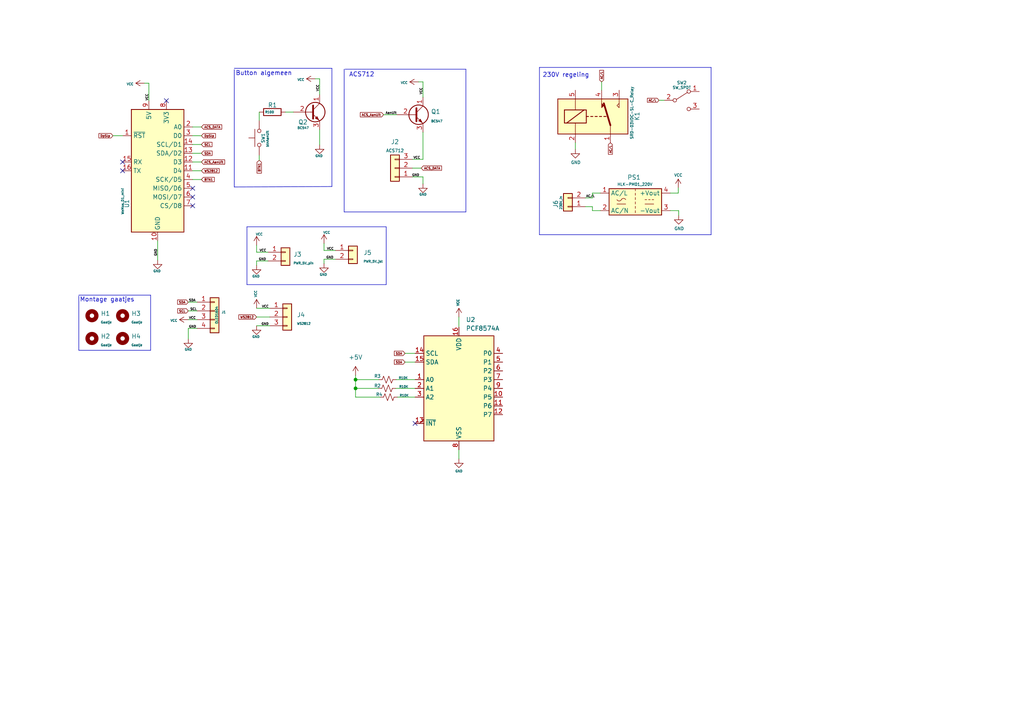
<source format=kicad_sch>
(kicad_sch (version 20230121) (generator eeschema)

  (uuid e63e39d7-6ac0-4ffd-8aa3-1841a4541b55)

  (paper "A4")

  (title_block
    (title "ACS712 stroom meter")
    (date "2022-12-06")
  )

  (lib_symbols
    (symbol "Connector_Generic:Conn_01x02" (pin_names (offset 1.016) hide) (in_bom yes) (on_board yes)
      (property "Reference" "J" (at 0 2.54 0)
        (effects (font (size 1.27 1.27)))
      )
      (property "Value" "Conn_01x02" (at 0 -5.08 0)
        (effects (font (size 1.27 1.27)))
      )
      (property "Footprint" "" (at 0 0 0)
        (effects (font (size 1.27 1.27)) hide)
      )
      (property "Datasheet" "~" (at 0 0 0)
        (effects (font (size 1.27 1.27)) hide)
      )
      (property "ki_keywords" "connector" (at 0 0 0)
        (effects (font (size 1.27 1.27)) hide)
      )
      (property "ki_description" "Generic connector, single row, 01x02, script generated (kicad-library-utils/schlib/autogen/connector/)" (at 0 0 0)
        (effects (font (size 1.27 1.27)) hide)
      )
      (property "ki_fp_filters" "Connector*:*_1x??_*" (at 0 0 0)
        (effects (font (size 1.27 1.27)) hide)
      )
      (symbol "Conn_01x02_1_1"
        (rectangle (start -1.27 -2.413) (end 0 -2.667)
          (stroke (width 0.1524) (type default))
          (fill (type none))
        )
        (rectangle (start -1.27 0.127) (end 0 -0.127)
          (stroke (width 0.1524) (type default))
          (fill (type none))
        )
        (rectangle (start -1.27 1.27) (end 1.27 -3.81)
          (stroke (width 0.254) (type default))
          (fill (type background))
        )
        (pin passive line (at -5.08 0 0) (length 3.81)
          (name "Pin_1" (effects (font (size 1.27 1.27))))
          (number "1" (effects (font (size 1.27 1.27))))
        )
        (pin passive line (at -5.08 -2.54 0) (length 3.81)
          (name "Pin_2" (effects (font (size 1.27 1.27))))
          (number "2" (effects (font (size 1.27 1.27))))
        )
      )
    )
    (symbol "Connector_Generic:Conn_01x03" (pin_names (offset 1.016) hide) (in_bom yes) (on_board yes)
      (property "Reference" "J" (at 0 5.08 0)
        (effects (font (size 1.27 1.27)))
      )
      (property "Value" "Conn_01x03" (at 0 -5.08 0)
        (effects (font (size 1.27 1.27)))
      )
      (property "Footprint" "" (at 0 0 0)
        (effects (font (size 1.27 1.27)) hide)
      )
      (property "Datasheet" "~" (at 0 0 0)
        (effects (font (size 1.27 1.27)) hide)
      )
      (property "ki_keywords" "connector" (at 0 0 0)
        (effects (font (size 1.27 1.27)) hide)
      )
      (property "ki_description" "Generic connector, single row, 01x03, script generated (kicad-library-utils/schlib/autogen/connector/)" (at 0 0 0)
        (effects (font (size 1.27 1.27)) hide)
      )
      (property "ki_fp_filters" "Connector*:*_1x??_*" (at 0 0 0)
        (effects (font (size 1.27 1.27)) hide)
      )
      (symbol "Conn_01x03_1_1"
        (rectangle (start -1.27 -2.413) (end 0 -2.667)
          (stroke (width 0.1524) (type default))
          (fill (type none))
        )
        (rectangle (start -1.27 0.127) (end 0 -0.127)
          (stroke (width 0.1524) (type default))
          (fill (type none))
        )
        (rectangle (start -1.27 2.667) (end 0 2.413)
          (stroke (width 0.1524) (type default))
          (fill (type none))
        )
        (rectangle (start -1.27 3.81) (end 1.27 -3.81)
          (stroke (width 0.254) (type default))
          (fill (type background))
        )
        (pin passive line (at -5.08 2.54 0) (length 3.81)
          (name "Pin_1" (effects (font (size 1.27 1.27))))
          (number "1" (effects (font (size 1.27 1.27))))
        )
        (pin passive line (at -5.08 0 0) (length 3.81)
          (name "Pin_2" (effects (font (size 1.27 1.27))))
          (number "2" (effects (font (size 1.27 1.27))))
        )
        (pin passive line (at -5.08 -2.54 0) (length 3.81)
          (name "Pin_3" (effects (font (size 1.27 1.27))))
          (number "3" (effects (font (size 1.27 1.27))))
        )
      )
    )
    (symbol "Connector_Generic:Conn_01x04" (pin_names (offset 1.016) hide) (in_bom yes) (on_board yes)
      (property "Reference" "J" (at 0 5.08 0)
        (effects (font (size 1.27 1.27)))
      )
      (property "Value" "Conn_01x04" (at 0 -7.62 0)
        (effects (font (size 1.27 1.27)))
      )
      (property "Footprint" "" (at 0 0 0)
        (effects (font (size 1.27 1.27)) hide)
      )
      (property "Datasheet" "~" (at 0 0 0)
        (effects (font (size 1.27 1.27)) hide)
      )
      (property "ki_keywords" "connector" (at 0 0 0)
        (effects (font (size 1.27 1.27)) hide)
      )
      (property "ki_description" "Generic connector, single row, 01x04, script generated (kicad-library-utils/schlib/autogen/connector/)" (at 0 0 0)
        (effects (font (size 1.27 1.27)) hide)
      )
      (property "ki_fp_filters" "Connector*:*_1x??_*" (at 0 0 0)
        (effects (font (size 1.27 1.27)) hide)
      )
      (symbol "Conn_01x04_1_1"
        (rectangle (start -1.27 -4.953) (end 0 -5.207)
          (stroke (width 0.1524) (type default))
          (fill (type none))
        )
        (rectangle (start -1.27 -2.413) (end 0 -2.667)
          (stroke (width 0.1524) (type default))
          (fill (type none))
        )
        (rectangle (start -1.27 0.127) (end 0 -0.127)
          (stroke (width 0.1524) (type default))
          (fill (type none))
        )
        (rectangle (start -1.27 2.667) (end 0 2.413)
          (stroke (width 0.1524) (type default))
          (fill (type none))
        )
        (rectangle (start -1.27 3.81) (end 1.27 -6.35)
          (stroke (width 0.254) (type default))
          (fill (type background))
        )
        (pin passive line (at -5.08 2.54 0) (length 3.81)
          (name "Pin_1" (effects (font (size 1.27 1.27))))
          (number "1" (effects (font (size 1.27 1.27))))
        )
        (pin passive line (at -5.08 0 0) (length 3.81)
          (name "Pin_2" (effects (font (size 1.27 1.27))))
          (number "2" (effects (font (size 1.27 1.27))))
        )
        (pin passive line (at -5.08 -2.54 0) (length 3.81)
          (name "Pin_3" (effects (font (size 1.27 1.27))))
          (number "3" (effects (font (size 1.27 1.27))))
        )
        (pin passive line (at -5.08 -5.08 0) (length 3.81)
          (name "Pin_4" (effects (font (size 1.27 1.27))))
          (number "4" (effects (font (size 1.27 1.27))))
        )
      )
    )
    (symbol "Converter_ACDC:HLK-PM01" (in_bom yes) (on_board yes)
      (property "Reference" "PS" (at 0 5.08 0)
        (effects (font (size 1.27 1.27)))
      )
      (property "Value" "HLK-PM01" (at 0 -5.08 0)
        (effects (font (size 1.27 1.27)))
      )
      (property "Footprint" "Converter_ACDC:Converter_ACDC_HiLink_HLK-PMxx" (at 0 -7.62 0)
        (effects (font (size 1.27 1.27)) hide)
      )
      (property "Datasheet" "http://www.hlktech.net/product_detail.php?ProId=54" (at 10.16 -8.89 0)
        (effects (font (size 1.27 1.27)) hide)
      )
      (property "ki_keywords" "AC/DC module power supply" (at 0 0 0)
        (effects (font (size 1.27 1.27)) hide)
      )
      (property "ki_description" "Compact AC/DC board mount power module 3W 5V" (at 0 0 0)
        (effects (font (size 1.27 1.27)) hide)
      )
      (property "ki_fp_filters" "Converter*ACDC*HiLink*HLK?PM*" (at 0 0 0)
        (effects (font (size 1.27 1.27)) hide)
      )
      (symbol "HLK-PM01_0_1"
        (rectangle (start -7.62 3.81) (end 7.62 -3.81)
          (stroke (width 0.254) (type default))
          (fill (type background))
        )
        (arc (start -5.334 0.635) (mid -4.699 0.2495) (end -4.064 0.635)
          (stroke (width 0) (type default))
          (fill (type none))
        )
        (arc (start -2.794 0.635) (mid -3.429 1.0072) (end -4.064 0.635)
          (stroke (width 0) (type default))
          (fill (type none))
        )
        (polyline
          (pts
            (xy -5.334 -0.635)
            (xy -2.794 -0.635)
          )
          (stroke (width 0) (type default))
          (fill (type none))
        )
        (polyline
          (pts
            (xy 0 -2.54)
            (xy 0 -3.175)
          )
          (stroke (width 0) (type default))
          (fill (type none))
        )
        (polyline
          (pts
            (xy 0 -1.27)
            (xy 0 -1.905)
          )
          (stroke (width 0) (type default))
          (fill (type none))
        )
        (polyline
          (pts
            (xy 0 0)
            (xy 0 -0.635)
          )
          (stroke (width 0) (type default))
          (fill (type none))
        )
        (polyline
          (pts
            (xy 0 1.27)
            (xy 0 0.635)
          )
          (stroke (width 0) (type default))
          (fill (type none))
        )
        (polyline
          (pts
            (xy 0 2.54)
            (xy 0 1.905)
          )
          (stroke (width 0) (type default))
          (fill (type none))
        )
        (polyline
          (pts
            (xy 0 3.81)
            (xy 0 3.175)
          )
          (stroke (width 0) (type default))
          (fill (type none))
        )
        (polyline
          (pts
            (xy 2.794 -0.635)
            (xy 5.334 -0.635)
          )
          (stroke (width 0) (type default))
          (fill (type none))
        )
        (polyline
          (pts
            (xy 2.794 0.635)
            (xy 3.302 0.635)
          )
          (stroke (width 0) (type default))
          (fill (type none))
        )
        (polyline
          (pts
            (xy 3.81 0.635)
            (xy 4.318 0.635)
          )
          (stroke (width 0) (type default))
          (fill (type none))
        )
        (polyline
          (pts
            (xy 4.826 0.635)
            (xy 5.334 0.635)
          )
          (stroke (width 0) (type default))
          (fill (type none))
        )
      )
      (symbol "HLK-PM01_1_1"
        (pin power_in line (at -10.16 2.54 0) (length 2.54)
          (name "AC/L" (effects (font (size 1.27 1.27))))
          (number "1" (effects (font (size 1.27 1.27))))
        )
        (pin power_in line (at -10.16 -2.54 0) (length 2.54)
          (name "AC/N" (effects (font (size 1.27 1.27))))
          (number "2" (effects (font (size 1.27 1.27))))
        )
        (pin power_out line (at 10.16 -2.54 180) (length 2.54)
          (name "-Vout" (effects (font (size 1.27 1.27))))
          (number "3" (effects (font (size 1.27 1.27))))
        )
        (pin power_out line (at 10.16 2.54 180) (length 2.54)
          (name "+Vout" (effects (font (size 1.27 1.27))))
          (number "4" (effects (font (size 1.27 1.27))))
        )
      )
    )
    (symbol "Device:R" (pin_numbers hide) (pin_names (offset 0)) (in_bom yes) (on_board yes)
      (property "Reference" "R" (at 2.032 0 90)
        (effects (font (size 1.27 1.27)))
      )
      (property "Value" "R" (at 0 0 90)
        (effects (font (size 1.27 1.27)))
      )
      (property "Footprint" "" (at -1.778 0 90)
        (effects (font (size 1.27 1.27)) hide)
      )
      (property "Datasheet" "~" (at 0 0 0)
        (effects (font (size 1.27 1.27)) hide)
      )
      (property "ki_keywords" "R res resistor" (at 0 0 0)
        (effects (font (size 1.27 1.27)) hide)
      )
      (property "ki_description" "Resistor" (at 0 0 0)
        (effects (font (size 1.27 1.27)) hide)
      )
      (property "ki_fp_filters" "R_*" (at 0 0 0)
        (effects (font (size 1.27 1.27)) hide)
      )
      (symbol "R_0_1"
        (rectangle (start -1.016 -2.54) (end 1.016 2.54)
          (stroke (width 0.254) (type default))
          (fill (type none))
        )
      )
      (symbol "R_1_1"
        (pin passive line (at 0 3.81 270) (length 1.27)
          (name "~" (effects (font (size 1.27 1.27))))
          (number "1" (effects (font (size 1.27 1.27))))
        )
        (pin passive line (at 0 -3.81 90) (length 1.27)
          (name "~" (effects (font (size 1.27 1.27))))
          (number "2" (effects (font (size 1.27 1.27))))
        )
      )
    )
    (symbol "Device:R_Small_US" (pin_numbers hide) (pin_names (offset 0.254) hide) (in_bom yes) (on_board yes)
      (property "Reference" "R" (at 0.762 0.508 0)
        (effects (font (size 1.27 1.27)) (justify left))
      )
      (property "Value" "R_Small_US" (at 0.762 -1.016 0)
        (effects (font (size 1.27 1.27)) (justify left))
      )
      (property "Footprint" "" (at 0 0 0)
        (effects (font (size 1.27 1.27)) hide)
      )
      (property "Datasheet" "~" (at 0 0 0)
        (effects (font (size 1.27 1.27)) hide)
      )
      (property "ki_keywords" "r resistor" (at 0 0 0)
        (effects (font (size 1.27 1.27)) hide)
      )
      (property "ki_description" "Resistor, small US symbol" (at 0 0 0)
        (effects (font (size 1.27 1.27)) hide)
      )
      (property "ki_fp_filters" "R_*" (at 0 0 0)
        (effects (font (size 1.27 1.27)) hide)
      )
      (symbol "R_Small_US_1_1"
        (polyline
          (pts
            (xy 0 0)
            (xy 1.016 -0.381)
            (xy 0 -0.762)
            (xy -1.016 -1.143)
            (xy 0 -1.524)
          )
          (stroke (width 0) (type default))
          (fill (type none))
        )
        (polyline
          (pts
            (xy 0 1.524)
            (xy 1.016 1.143)
            (xy 0 0.762)
            (xy -1.016 0.381)
            (xy 0 0)
          )
          (stroke (width 0) (type default))
          (fill (type none))
        )
        (pin passive line (at 0 2.54 270) (length 1.016)
          (name "~" (effects (font (size 1.27 1.27))))
          (number "1" (effects (font (size 1.27 1.27))))
        )
        (pin passive line (at 0 -2.54 90) (length 1.016)
          (name "~" (effects (font (size 1.27 1.27))))
          (number "2" (effects (font (size 1.27 1.27))))
        )
      )
    )
    (symbol "GND_1" (power) (pin_names (offset 0)) (in_bom yes) (on_board yes)
      (property "Reference" "#PWR" (at 0 -6.35 0)
        (effects (font (size 1.27 1.27)) hide)
      )
      (property "Value" "GND_1" (at 0 -3.81 0)
        (effects (font (size 1.27 1.27)))
      )
      (property "Footprint" "" (at 0 0 0)
        (effects (font (size 1.27 1.27)) hide)
      )
      (property "Datasheet" "" (at 0 0 0)
        (effects (font (size 1.27 1.27)) hide)
      )
      (property "ki_keywords" "global power" (at 0 0 0)
        (effects (font (size 1.27 1.27)) hide)
      )
      (property "ki_description" "Power symbol creates a global label with name \"GND\" , ground" (at 0 0 0)
        (effects (font (size 1.27 1.27)) hide)
      )
      (symbol "GND_1_0_1"
        (polyline
          (pts
            (xy 0 0)
            (xy 0 -1.27)
            (xy 1.27 -1.27)
            (xy 0 -2.54)
            (xy -1.27 -1.27)
            (xy 0 -1.27)
          )
          (stroke (width 0) (type default))
          (fill (type none))
        )
      )
      (symbol "GND_1_1_1"
        (pin power_in line (at 0 0 270) (length 0) hide
          (name "GND" (effects (font (size 1.27 1.27))))
          (number "1" (effects (font (size 1.27 1.27))))
        )
      )
    )
    (symbol "GND_2" (power) (pin_names (offset 0)) (in_bom yes) (on_board yes)
      (property "Reference" "#PWR" (at 0 -6.35 0)
        (effects (font (size 1.27 1.27)) hide)
      )
      (property "Value" "GND_2" (at 0 -3.81 0)
        (effects (font (size 1.27 1.27)))
      )
      (property "Footprint" "" (at 0 0 0)
        (effects (font (size 1.27 1.27)) hide)
      )
      (property "Datasheet" "" (at 0 0 0)
        (effects (font (size 1.27 1.27)) hide)
      )
      (property "ki_keywords" "global power" (at 0 0 0)
        (effects (font (size 1.27 1.27)) hide)
      )
      (property "ki_description" "Power symbol creates a global label with name \"GND\" , ground" (at 0 0 0)
        (effects (font (size 1.27 1.27)) hide)
      )
      (symbol "GND_2_0_1"
        (polyline
          (pts
            (xy 0 0)
            (xy 0 -1.27)
            (xy 1.27 -1.27)
            (xy 0 -2.54)
            (xy -1.27 -1.27)
            (xy 0 -1.27)
          )
          (stroke (width 0) (type default))
          (fill (type none))
        )
      )
      (symbol "GND_2_1_1"
        (pin power_in line (at 0 0 270) (length 0) hide
          (name "GND" (effects (font (size 1.27 1.27))))
          (number "1" (effects (font (size 1.27 1.27))))
        )
      )
    )
    (symbol "Interface_Expansion:PCF8574A" (in_bom yes) (on_board yes)
      (property "Reference" "U" (at -8.89 16.51 0)
        (effects (font (size 1.27 1.27)) (justify left))
      )
      (property "Value" "PCF8574A" (at 2.54 16.51 0)
        (effects (font (size 1.27 1.27)) (justify left))
      )
      (property "Footprint" "" (at 0 0 0)
        (effects (font (size 1.27 1.27)) hide)
      )
      (property "Datasheet" "http://www.nxp.com/documents/data_sheet/PCF8574_PCF8574A.pdf" (at 0 0 0)
        (effects (font (size 1.27 1.27)) hide)
      )
      (property "ki_keywords" "I2C Expander" (at 0 0 0)
        (effects (font (size 1.27 1.27)) hide)
      )
      (property "ki_description" "8 Bit Port/Expander to I2C Bus, DIP/SOIC-16" (at 0 0 0)
        (effects (font (size 1.27 1.27)) hide)
      )
      (property "ki_fp_filters" "DIP*W7.62mm* SOIC*7.5x10.3mm*P1.27mm*" (at 0 0 0)
        (effects (font (size 1.27 1.27)) hide)
      )
      (symbol "PCF8574A_0_1"
        (rectangle (start -10.16 15.24) (end 10.16 -15.24)
          (stroke (width 0.254) (type default))
          (fill (type background))
        )
      )
      (symbol "PCF8574A_1_1"
        (pin input line (at -12.7 2.54 0) (length 2.54)
          (name "A0" (effects (font (size 1.27 1.27))))
          (number "1" (effects (font (size 1.27 1.27))))
        )
        (pin bidirectional line (at 12.7 -2.54 180) (length 2.54)
          (name "P5" (effects (font (size 1.27 1.27))))
          (number "10" (effects (font (size 1.27 1.27))))
        )
        (pin bidirectional line (at 12.7 -5.08 180) (length 2.54)
          (name "P6" (effects (font (size 1.27 1.27))))
          (number "11" (effects (font (size 1.27 1.27))))
        )
        (pin bidirectional line (at 12.7 -7.62 180) (length 2.54)
          (name "P7" (effects (font (size 1.27 1.27))))
          (number "12" (effects (font (size 1.27 1.27))))
        )
        (pin open_collector output_low (at -12.7 -10.16 0) (length 2.54)
          (name "~{INT}" (effects (font (size 1.27 1.27))))
          (number "13" (effects (font (size 1.27 1.27))))
        )
        (pin input line (at -12.7 10.16 0) (length 2.54)
          (name "SCL" (effects (font (size 1.27 1.27))))
          (number "14" (effects (font (size 1.27 1.27))))
        )
        (pin bidirectional line (at -12.7 7.62 0) (length 2.54)
          (name "SDA" (effects (font (size 1.27 1.27))))
          (number "15" (effects (font (size 1.27 1.27))))
        )
        (pin power_in line (at 0 17.78 270) (length 2.54)
          (name "VDD" (effects (font (size 1.27 1.27))))
          (number "16" (effects (font (size 1.27 1.27))))
        )
        (pin input line (at -12.7 0 0) (length 2.54)
          (name "A1" (effects (font (size 1.27 1.27))))
          (number "2" (effects (font (size 1.27 1.27))))
        )
        (pin input line (at -12.7 -2.54 0) (length 2.54)
          (name "A2" (effects (font (size 1.27 1.27))))
          (number "3" (effects (font (size 1.27 1.27))))
        )
        (pin bidirectional line (at 12.7 10.16 180) (length 2.54)
          (name "P0" (effects (font (size 1.27 1.27))))
          (number "4" (effects (font (size 1.27 1.27))))
        )
        (pin bidirectional line (at 12.7 7.62 180) (length 2.54)
          (name "P1" (effects (font (size 1.27 1.27))))
          (number "5" (effects (font (size 1.27 1.27))))
        )
        (pin bidirectional line (at 12.7 5.08 180) (length 2.54)
          (name "P2" (effects (font (size 1.27 1.27))))
          (number "6" (effects (font (size 1.27 1.27))))
        )
        (pin bidirectional line (at 12.7 2.54 180) (length 2.54)
          (name "P3" (effects (font (size 1.27 1.27))))
          (number "7" (effects (font (size 1.27 1.27))))
        )
        (pin power_in line (at 0 -17.78 90) (length 2.54)
          (name "VSS" (effects (font (size 1.27 1.27))))
          (number "8" (effects (font (size 1.27 1.27))))
        )
        (pin bidirectional line (at 12.7 0 180) (length 2.54)
          (name "P4" (effects (font (size 1.27 1.27))))
          (number "9" (effects (font (size 1.27 1.27))))
        )
      )
    )
    (symbol "MCU_Module:WeMos_D1_mini" (in_bom yes) (on_board yes)
      (property "Reference" "U" (at 3.81 19.05 0)
        (effects (font (size 1.27 1.27)) (justify left))
      )
      (property "Value" "WeMos_D1_mini" (at 1.27 -19.05 0)
        (effects (font (size 1.27 1.27)) (justify left))
      )
      (property "Footprint" "Module:WEMOS_D1_mini_light" (at 0 -29.21 0)
        (effects (font (size 1.27 1.27)) hide)
      )
      (property "Datasheet" "https://wiki.wemos.cc/products:d1:d1_mini#documentation" (at -46.99 -29.21 0)
        (effects (font (size 1.27 1.27)) hide)
      )
      (property "ki_keywords" "ESP8266 WiFi microcontroller ESP8266EX" (at 0 0 0)
        (effects (font (size 1.27 1.27)) hide)
      )
      (property "ki_description" "32-bit microcontroller module with WiFi" (at 0 0 0)
        (effects (font (size 1.27 1.27)) hide)
      )
      (property "ki_fp_filters" "WEMOS*D1*mini*" (at 0 0 0)
        (effects (font (size 1.27 1.27)) hide)
      )
      (symbol "WeMos_D1_mini_1_1"
        (rectangle (start -7.62 17.78) (end 7.62 -17.78)
          (stroke (width 0.254) (type default))
          (fill (type background))
        )
        (pin input line (at -10.16 10.16 0) (length 2.54)
          (name "~{RST}" (effects (font (size 1.27 1.27))))
          (number "1" (effects (font (size 1.27 1.27))))
        )
        (pin power_in line (at 0 -20.32 90) (length 2.54)
          (name "GND" (effects (font (size 1.27 1.27))))
          (number "10" (effects (font (size 1.27 1.27))))
        )
        (pin bidirectional line (at 10.16 0 180) (length 2.54)
          (name "D4" (effects (font (size 1.27 1.27))))
          (number "11" (effects (font (size 1.27 1.27))))
        )
        (pin bidirectional line (at 10.16 2.54 180) (length 2.54)
          (name "D3" (effects (font (size 1.27 1.27))))
          (number "12" (effects (font (size 1.27 1.27))))
        )
        (pin bidirectional line (at 10.16 5.08 180) (length 2.54)
          (name "SDA/D2" (effects (font (size 1.27 1.27))))
          (number "13" (effects (font (size 1.27 1.27))))
        )
        (pin bidirectional line (at 10.16 7.62 180) (length 2.54)
          (name "SCL/D1" (effects (font (size 1.27 1.27))))
          (number "14" (effects (font (size 1.27 1.27))))
        )
        (pin input line (at -10.16 2.54 0) (length 2.54)
          (name "RX" (effects (font (size 1.27 1.27))))
          (number "15" (effects (font (size 1.27 1.27))))
        )
        (pin output line (at -10.16 0 0) (length 2.54)
          (name "TX" (effects (font (size 1.27 1.27))))
          (number "16" (effects (font (size 1.27 1.27))))
        )
        (pin input line (at 10.16 12.7 180) (length 2.54)
          (name "A0" (effects (font (size 1.27 1.27))))
          (number "2" (effects (font (size 1.27 1.27))))
        )
        (pin bidirectional line (at 10.16 10.16 180) (length 2.54)
          (name "D0" (effects (font (size 1.27 1.27))))
          (number "3" (effects (font (size 1.27 1.27))))
        )
        (pin bidirectional line (at 10.16 -2.54 180) (length 2.54)
          (name "SCK/D5" (effects (font (size 1.27 1.27))))
          (number "4" (effects (font (size 1.27 1.27))))
        )
        (pin bidirectional line (at 10.16 -5.08 180) (length 2.54)
          (name "MISO/D6" (effects (font (size 1.27 1.27))))
          (number "5" (effects (font (size 1.27 1.27))))
        )
        (pin bidirectional line (at 10.16 -7.62 180) (length 2.54)
          (name "MOSI/D7" (effects (font (size 1.27 1.27))))
          (number "6" (effects (font (size 1.27 1.27))))
        )
        (pin bidirectional line (at 10.16 -10.16 180) (length 2.54)
          (name "CS/D8" (effects (font (size 1.27 1.27))))
          (number "7" (effects (font (size 1.27 1.27))))
        )
        (pin power_out line (at 2.54 20.32 270) (length 2.54)
          (name "3V3" (effects (font (size 1.27 1.27))))
          (number "8" (effects (font (size 1.27 1.27))))
        )
        (pin power_in line (at -2.54 20.32 270) (length 2.54)
          (name "5V" (effects (font (size 1.27 1.27))))
          (number "9" (effects (font (size 1.27 1.27))))
        )
      )
    )
    (symbol "Mechanical:MountingHole" (pin_names (offset 1.016)) (in_bom yes) (on_board yes)
      (property "Reference" "H" (at 0 5.08 0)
        (effects (font (size 1.27 1.27)))
      )
      (property "Value" "MountingHole" (at 0 3.175 0)
        (effects (font (size 1.27 1.27)))
      )
      (property "Footprint" "" (at 0 0 0)
        (effects (font (size 1.27 1.27)) hide)
      )
      (property "Datasheet" "~" (at 0 0 0)
        (effects (font (size 1.27 1.27)) hide)
      )
      (property "ki_keywords" "mounting hole" (at 0 0 0)
        (effects (font (size 1.27 1.27)) hide)
      )
      (property "ki_description" "Mounting Hole without connection" (at 0 0 0)
        (effects (font (size 1.27 1.27)) hide)
      )
      (property "ki_fp_filters" "MountingHole*" (at 0 0 0)
        (effects (font (size 1.27 1.27)) hide)
      )
      (symbol "MountingHole_0_1"
        (circle (center 0 0) (radius 1.27)
          (stroke (width 1.27) (type default))
          (fill (type none))
        )
      )
    )
    (symbol "Relay:SANYOU_SRD_Form_C" (in_bom yes) (on_board yes)
      (property "Reference" "K" (at 11.43 3.81 0)
        (effects (font (size 1.27 1.27)) (justify left))
      )
      (property "Value" "SANYOU_SRD_Form_C" (at 11.43 1.27 0)
        (effects (font (size 1.27 1.27)) (justify left))
      )
      (property "Footprint" "Relay_THT:Relay_SPDT_SANYOU_SRD_Series_Form_C" (at 11.43 -1.27 0)
        (effects (font (size 1.27 1.27)) (justify left) hide)
      )
      (property "Datasheet" "http://www.sanyourelay.ca/public/products/pdf/SRD.pdf" (at 0 0 0)
        (effects (font (size 1.27 1.27)) hide)
      )
      (property "ki_keywords" "Single Pole Relay SPDT" (at 0 0 0)
        (effects (font (size 1.27 1.27)) hide)
      )
      (property "ki_description" "Sanyo SRD relay, Single Pole Miniature Power Relay," (at 0 0 0)
        (effects (font (size 1.27 1.27)) hide)
      )
      (property "ki_fp_filters" "Relay*SPDT*SANYOU*SRD*Series*Form*C*" (at 0 0 0)
        (effects (font (size 1.27 1.27)) hide)
      )
      (symbol "SANYOU_SRD_Form_C_0_0"
        (polyline
          (pts
            (xy 7.62 5.08)
            (xy 7.62 2.54)
            (xy 6.985 3.175)
            (xy 7.62 3.81)
          )
          (stroke (width 0) (type default))
          (fill (type none))
        )
      )
      (symbol "SANYOU_SRD_Form_C_0_1"
        (rectangle (start -10.16 5.08) (end 10.16 -5.08)
          (stroke (width 0.254) (type default))
          (fill (type background))
        )
        (rectangle (start -8.255 1.905) (end -1.905 -1.905)
          (stroke (width 0.254) (type default))
          (fill (type none))
        )
        (polyline
          (pts
            (xy -7.62 -1.905)
            (xy -2.54 1.905)
          )
          (stroke (width 0.254) (type default))
          (fill (type none))
        )
        (polyline
          (pts
            (xy -5.08 -5.08)
            (xy -5.08 -1.905)
          )
          (stroke (width 0) (type default))
          (fill (type none))
        )
        (polyline
          (pts
            (xy -5.08 5.08)
            (xy -5.08 1.905)
          )
          (stroke (width 0) (type default))
          (fill (type none))
        )
        (polyline
          (pts
            (xy -1.905 0)
            (xy -1.27 0)
          )
          (stroke (width 0.254) (type default))
          (fill (type none))
        )
        (polyline
          (pts
            (xy -0.635 0)
            (xy 0 0)
          )
          (stroke (width 0.254) (type default))
          (fill (type none))
        )
        (polyline
          (pts
            (xy 0.635 0)
            (xy 1.27 0)
          )
          (stroke (width 0.254) (type default))
          (fill (type none))
        )
        (polyline
          (pts
            (xy 1.905 0)
            (xy 2.54 0)
          )
          (stroke (width 0.254) (type default))
          (fill (type none))
        )
        (polyline
          (pts
            (xy 3.175 0)
            (xy 3.81 0)
          )
          (stroke (width 0.254) (type default))
          (fill (type none))
        )
        (polyline
          (pts
            (xy 5.08 -2.54)
            (xy 3.175 3.81)
          )
          (stroke (width 0.508) (type default))
          (fill (type none))
        )
        (polyline
          (pts
            (xy 5.08 -2.54)
            (xy 5.08 -5.08)
          )
          (stroke (width 0) (type default))
          (fill (type none))
        )
      )
      (symbol "SANYOU_SRD_Form_C_1_1"
        (polyline
          (pts
            (xy 2.54 3.81)
            (xy 3.175 3.175)
            (xy 2.54 2.54)
            (xy 2.54 5.08)
          )
          (stroke (width 0) (type default))
          (fill (type outline))
        )
        (pin passive line (at 5.08 -7.62 90) (length 2.54)
          (name "~" (effects (font (size 1.27 1.27))))
          (number "1" (effects (font (size 1.27 1.27))))
        )
        (pin passive line (at -5.08 -7.62 90) (length 2.54)
          (name "~" (effects (font (size 1.27 1.27))))
          (number "2" (effects (font (size 1.27 1.27))))
        )
        (pin passive line (at 7.62 7.62 270) (length 2.54)
          (name "~" (effects (font (size 1.27 1.27))))
          (number "3" (effects (font (size 1.27 1.27))))
        )
        (pin passive line (at 2.54 7.62 270) (length 2.54)
          (name "~" (effects (font (size 1.27 1.27))))
          (number "4" (effects (font (size 1.27 1.27))))
        )
        (pin passive line (at -5.08 7.62 270) (length 2.54)
          (name "~" (effects (font (size 1.27 1.27))))
          (number "5" (effects (font (size 1.27 1.27))))
        )
      )
    )
    (symbol "Switch:SW_Push" (pin_numbers hide) (pin_names (offset 1.016) hide) (in_bom yes) (on_board yes)
      (property "Reference" "SW" (at 1.27 2.54 0)
        (effects (font (size 1.27 1.27)) (justify left))
      )
      (property "Value" "SW_Push" (at 0 -1.524 0)
        (effects (font (size 1.27 1.27)))
      )
      (property "Footprint" "" (at 0 5.08 0)
        (effects (font (size 1.27 1.27)) hide)
      )
      (property "Datasheet" "~" (at 0 5.08 0)
        (effects (font (size 1.27 1.27)) hide)
      )
      (property "ki_keywords" "switch normally-open pushbutton push-button" (at 0 0 0)
        (effects (font (size 1.27 1.27)) hide)
      )
      (property "ki_description" "Push button switch, generic, two pins" (at 0 0 0)
        (effects (font (size 1.27 1.27)) hide)
      )
      (symbol "SW_Push_0_1"
        (circle (center -2.032 0) (radius 0.508)
          (stroke (width 0) (type default))
          (fill (type none))
        )
        (polyline
          (pts
            (xy 0 1.27)
            (xy 0 3.048)
          )
          (stroke (width 0) (type default))
          (fill (type none))
        )
        (polyline
          (pts
            (xy 2.54 1.27)
            (xy -2.54 1.27)
          )
          (stroke (width 0) (type default))
          (fill (type none))
        )
        (circle (center 2.032 0) (radius 0.508)
          (stroke (width 0) (type default))
          (fill (type none))
        )
        (pin passive line (at -5.08 0 0) (length 2.54)
          (name "1" (effects (font (size 1.27 1.27))))
          (number "1" (effects (font (size 1.27 1.27))))
        )
        (pin passive line (at 5.08 0 180) (length 2.54)
          (name "2" (effects (font (size 1.27 1.27))))
          (number "2" (effects (font (size 1.27 1.27))))
        )
      )
    )
    (symbol "Switch:SW_SPDT" (pin_names (offset 0) hide) (in_bom yes) (on_board yes)
      (property "Reference" "SW" (at 0 4.318 0)
        (effects (font (size 1.27 1.27)))
      )
      (property "Value" "SW_SPDT" (at 0 -5.08 0)
        (effects (font (size 1.27 1.27)))
      )
      (property "Footprint" "" (at 0 0 0)
        (effects (font (size 1.27 1.27)) hide)
      )
      (property "Datasheet" "~" (at 0 0 0)
        (effects (font (size 1.27 1.27)) hide)
      )
      (property "ki_keywords" "switch single-pole double-throw spdt ON-ON" (at 0 0 0)
        (effects (font (size 1.27 1.27)) hide)
      )
      (property "ki_description" "Switch, single pole double throw" (at 0 0 0)
        (effects (font (size 1.27 1.27)) hide)
      )
      (symbol "SW_SPDT_0_0"
        (circle (center -2.032 0) (radius 0.508)
          (stroke (width 0) (type default))
          (fill (type none))
        )
        (circle (center 2.032 -2.54) (radius 0.508)
          (stroke (width 0) (type default))
          (fill (type none))
        )
      )
      (symbol "SW_SPDT_0_1"
        (polyline
          (pts
            (xy -1.524 0.254)
            (xy 1.651 2.286)
          )
          (stroke (width 0) (type default))
          (fill (type none))
        )
        (circle (center 2.032 2.54) (radius 0.508)
          (stroke (width 0) (type default))
          (fill (type none))
        )
      )
      (symbol "SW_SPDT_1_1"
        (pin passive line (at 5.08 2.54 180) (length 2.54)
          (name "A" (effects (font (size 1.27 1.27))))
          (number "1" (effects (font (size 1.27 1.27))))
        )
        (pin passive line (at -5.08 0 0) (length 2.54)
          (name "B" (effects (font (size 1.27 1.27))))
          (number "2" (effects (font (size 1.27 1.27))))
        )
        (pin passive line (at 5.08 -2.54 180) (length 2.54)
          (name "C" (effects (font (size 1.27 1.27))))
          (number "3" (effects (font (size 1.27 1.27))))
        )
      )
    )
    (symbol "Transistor_BJT:BC547" (pin_names (offset 0) hide) (in_bom yes) (on_board yes)
      (property "Reference" "Q" (at 5.08 1.905 0)
        (effects (font (size 1.27 1.27)) (justify left))
      )
      (property "Value" "BC547" (at 5.08 0 0)
        (effects (font (size 1.27 1.27)) (justify left))
      )
      (property "Footprint" "Package_TO_SOT_THT:TO-92_Inline" (at 5.08 -1.905 0)
        (effects (font (size 1.27 1.27) italic) (justify left) hide)
      )
      (property "Datasheet" "https://www.onsemi.com/pub/Collateral/BC550-D.pdf" (at 0 0 0)
        (effects (font (size 1.27 1.27)) (justify left) hide)
      )
      (property "ki_keywords" "NPN Transistor" (at 0 0 0)
        (effects (font (size 1.27 1.27)) hide)
      )
      (property "ki_description" "0.1A Ic, 45V Vce, Small Signal NPN Transistor, TO-92" (at 0 0 0)
        (effects (font (size 1.27 1.27)) hide)
      )
      (property "ki_fp_filters" "TO?92*" (at 0 0 0)
        (effects (font (size 1.27 1.27)) hide)
      )
      (symbol "BC547_0_1"
        (polyline
          (pts
            (xy 0 0)
            (xy 0.635 0)
          )
          (stroke (width 0) (type default))
          (fill (type none))
        )
        (polyline
          (pts
            (xy 0.635 0.635)
            (xy 2.54 2.54)
          )
          (stroke (width 0) (type default))
          (fill (type none))
        )
        (polyline
          (pts
            (xy 0.635 -0.635)
            (xy 2.54 -2.54)
            (xy 2.54 -2.54)
          )
          (stroke (width 0) (type default))
          (fill (type none))
        )
        (polyline
          (pts
            (xy 0.635 1.905)
            (xy 0.635 -1.905)
            (xy 0.635 -1.905)
          )
          (stroke (width 0.508) (type default))
          (fill (type none))
        )
        (polyline
          (pts
            (xy 1.27 -1.778)
            (xy 1.778 -1.27)
            (xy 2.286 -2.286)
            (xy 1.27 -1.778)
            (xy 1.27 -1.778)
          )
          (stroke (width 0) (type default))
          (fill (type outline))
        )
        (circle (center 1.27 0) (radius 2.8194)
          (stroke (width 0.254) (type default))
          (fill (type none))
        )
      )
      (symbol "BC547_1_1"
        (pin passive line (at 2.54 5.08 270) (length 2.54)
          (name "C" (effects (font (size 1.27 1.27))))
          (number "1" (effects (font (size 1.27 1.27))))
        )
        (pin input line (at -5.08 0 0) (length 5.08)
          (name "B" (effects (font (size 1.27 1.27))))
          (number "2" (effects (font (size 1.27 1.27))))
        )
        (pin passive line (at 2.54 -5.08 90) (length 2.54)
          (name "E" (effects (font (size 1.27 1.27))))
          (number "3" (effects (font (size 1.27 1.27))))
        )
      )
    )
    (symbol "VCC_1" (power) (pin_names (offset 0)) (in_bom yes) (on_board yes)
      (property "Reference" "#PWR" (at 0 -3.81 0)
        (effects (font (size 1.27 1.27)) hide)
      )
      (property "Value" "VCC_1" (at 0 3.81 0)
        (effects (font (size 1.27 1.27)))
      )
      (property "Footprint" "" (at 0 0 0)
        (effects (font (size 1.27 1.27)) hide)
      )
      (property "Datasheet" "" (at 0 0 0)
        (effects (font (size 1.27 1.27)) hide)
      )
      (property "ki_keywords" "global power" (at 0 0 0)
        (effects (font (size 1.27 1.27)) hide)
      )
      (property "ki_description" "Power symbol creates a global label with name \"VCC\"" (at 0 0 0)
        (effects (font (size 1.27 1.27)) hide)
      )
      (symbol "VCC_1_0_1"
        (polyline
          (pts
            (xy -0.762 1.27)
            (xy 0 2.54)
          )
          (stroke (width 0) (type default))
          (fill (type none))
        )
        (polyline
          (pts
            (xy 0 0)
            (xy 0 2.54)
          )
          (stroke (width 0) (type default))
          (fill (type none))
        )
        (polyline
          (pts
            (xy 0 2.54)
            (xy 0.762 1.27)
          )
          (stroke (width 0) (type default))
          (fill (type none))
        )
      )
      (symbol "VCC_1_1_1"
        (pin power_in line (at 0 0 90) (length 0) hide
          (name "VCC" (effects (font (size 1.27 1.27))))
          (number "1" (effects (font (size 1.27 1.27))))
        )
      )
    )
    (symbol "power:+5V" (power) (pin_names (offset 0)) (in_bom yes) (on_board yes)
      (property "Reference" "#PWR" (at 0 -3.81 0)
        (effects (font (size 1.27 1.27)) hide)
      )
      (property "Value" "+5V" (at 0 3.556 0)
        (effects (font (size 1.27 1.27)))
      )
      (property "Footprint" "" (at 0 0 0)
        (effects (font (size 1.27 1.27)) hide)
      )
      (property "Datasheet" "" (at 0 0 0)
        (effects (font (size 1.27 1.27)) hide)
      )
      (property "ki_keywords" "global power" (at 0 0 0)
        (effects (font (size 1.27 1.27)) hide)
      )
      (property "ki_description" "Power symbol creates a global label with name \"+5V\"" (at 0 0 0)
        (effects (font (size 1.27 1.27)) hide)
      )
      (symbol "+5V_0_1"
        (polyline
          (pts
            (xy -0.762 1.27)
            (xy 0 2.54)
          )
          (stroke (width 0) (type default))
          (fill (type none))
        )
        (polyline
          (pts
            (xy 0 0)
            (xy 0 2.54)
          )
          (stroke (width 0) (type default))
          (fill (type none))
        )
        (polyline
          (pts
            (xy 0 2.54)
            (xy 0.762 1.27)
          )
          (stroke (width 0) (type default))
          (fill (type none))
        )
      )
      (symbol "+5V_1_1"
        (pin power_in line (at 0 0 90) (length 0) hide
          (name "+5V" (effects (font (size 1.27 1.27))))
          (number "1" (effects (font (size 1.27 1.27))))
        )
      )
    )
    (symbol "power:GND" (power) (pin_names (offset 0)) (in_bom yes) (on_board yes)
      (property "Reference" "#PWR" (at 0 -6.35 0)
        (effects (font (size 1.27 1.27)) hide)
      )
      (property "Value" "GND" (at 0 -3.81 0)
        (effects (font (size 1.27 1.27)))
      )
      (property "Footprint" "" (at 0 0 0)
        (effects (font (size 1.27 1.27)) hide)
      )
      (property "Datasheet" "" (at 0 0 0)
        (effects (font (size 1.27 1.27)) hide)
      )
      (property "ki_keywords" "power-flag" (at 0 0 0)
        (effects (font (size 1.27 1.27)) hide)
      )
      (property "ki_description" "Power symbol creates a global label with name \"GND\" , ground" (at 0 0 0)
        (effects (font (size 1.27 1.27)) hide)
      )
      (symbol "GND_0_1"
        (polyline
          (pts
            (xy 0 0)
            (xy 0 -1.27)
            (xy 1.27 -1.27)
            (xy 0 -2.54)
            (xy -1.27 -1.27)
            (xy 0 -1.27)
          )
          (stroke (width 0) (type default))
          (fill (type none))
        )
      )
      (symbol "GND_1_1"
        (pin power_in line (at 0 0 270) (length 0) hide
          (name "GND" (effects (font (size 1.27 1.27))))
          (number "1" (effects (font (size 1.27 1.27))))
        )
      )
    )
    (symbol "power:VCC" (power) (pin_names (offset 0)) (in_bom yes) (on_board yes)
      (property "Reference" "#PWR" (at 0 -3.81 0)
        (effects (font (size 1.27 1.27)) hide)
      )
      (property "Value" "VCC" (at 0 3.81 0)
        (effects (font (size 1.27 1.27)))
      )
      (property "Footprint" "" (at 0 0 0)
        (effects (font (size 1.27 1.27)) hide)
      )
      (property "Datasheet" "" (at 0 0 0)
        (effects (font (size 1.27 1.27)) hide)
      )
      (property "ki_keywords" "power-flag" (at 0 0 0)
        (effects (font (size 1.27 1.27)) hide)
      )
      (property "ki_description" "Power symbol creates a global label with name \"VCC\"" (at 0 0 0)
        (effects (font (size 1.27 1.27)) hide)
      )
      (symbol "VCC_0_1"
        (polyline
          (pts
            (xy -0.762 1.27)
            (xy 0 2.54)
          )
          (stroke (width 0) (type default))
          (fill (type none))
        )
        (polyline
          (pts
            (xy 0 0)
            (xy 0 2.54)
          )
          (stroke (width 0) (type default))
          (fill (type none))
        )
        (polyline
          (pts
            (xy 0 2.54)
            (xy 0.762 1.27)
          )
          (stroke (width 0) (type default))
          (fill (type none))
        )
      )
      (symbol "VCC_1_1"
        (pin power_in line (at 0 0 90) (length 0) hide
          (name "VCC" (effects (font (size 1.27 1.27))))
          (number "1" (effects (font (size 1.27 1.27))))
        )
      )
    )
  )

  (junction (at 103.124 112.649) (diameter 0) (color 0 0 0 0)
    (uuid 7b15c4e6-9942-4870-b144-8b2bf5a3c674)
  )
  (junction (at 103.124 110.109) (diameter 0) (color 0 0 0 0)
    (uuid e3eaeb5d-2d3a-4151-99c5-66068df2fa37)
  )

  (no_connect (at 55.88 54.61) (uuid 2babf0b2-4f51-471c-886e-e5ff6f4f1378))
  (no_connect (at 55.88 57.15) (uuid 2babf0b2-4f51-471c-886e-e5ff6f4f1379))
  (no_connect (at 55.88 59.69) (uuid 2babf0b2-4f51-471c-886e-e5ff6f4f137a))
  (no_connect (at 48.26 29.21) (uuid 40399e33-e792-4267-b587-8b3a6178dca1))
  (no_connect (at 35.56 49.53) (uuid 9840ea73-7f7d-4847-a9ac-7d948e7c4784))
  (no_connect (at 35.56 46.99) (uuid 9840ea73-7f7d-4847-a9ac-7d948e7c4785))
  (no_connect (at 120.396 122.809) (uuid cb04802f-e9b0-40fe-898b-fcab02720014))

  (wire (pts (xy 54.61 92.71) (xy 57.15 92.71))
    (stroke (width 0) (type default))
    (uuid 01eae5b4-90f8-4423-a17a-72e4ae426eb2)
  )
  (wire (pts (xy 122.682 38.354) (xy 122.682 46.228))
    (stroke (width 0) (type default))
    (uuid 0abd50a3-5ef5-4e09-8899-8c61cf2b4e6f)
  )
  (wire (pts (xy 41.91 24.13) (xy 43.18 24.13))
    (stroke (width 0) (type default))
    (uuid 0cb817ae-4f52-40d0-a6bf-03a5a916f493)
  )
  (polyline (pts (xy 100.076 20.066) (xy 135.128 20.066))
    (stroke (width 0) (type default))
    (uuid 0d5bc084-9549-4fc6-80c0-d3810f5c4a7a)
  )

  (wire (pts (xy 74.422 73.152) (xy 77.724 73.152))
    (stroke (width 0) (type default))
    (uuid 14b25660-1865-473a-b549-b92b8a6a84ee)
  )
  (wire (pts (xy 97.282 75.184) (xy 93.98 75.184))
    (stroke (width 0) (type default))
    (uuid 15bd8504-5cc0-4e94-acfb-ae3c71af1b46)
  )
  (wire (pts (xy 111.252 33.274) (xy 115.062 33.274))
    (stroke (width 0) (type default))
    (uuid 16890890-09ab-4682-be0e-161cafac8c9f)
  )
  (wire (pts (xy 166.878 41.402) (xy 166.878 43.307))
    (stroke (width 0) (type default))
    (uuid 17fbfbb0-0720-4ba6-8008-4d69ae30934b)
  )
  (wire (pts (xy 58.42 41.91) (xy 55.88 41.91))
    (stroke (width 0) (type default))
    (uuid 1aa1157d-4bd6-4969-b9fb-c0b119211af2)
  )
  (polyline (pts (xy 156.464 19.558) (xy 206.248 19.558))
    (stroke (width 0) (type default))
    (uuid 1b3df76a-29ce-4fbd-ba55-0a81552c21cb)
  )

  (wire (pts (xy 191.135 29.083) (xy 192.659 29.083))
    (stroke (width 0) (type default))
    (uuid 1c083d3e-8626-446f-961e-bd0d8324c484)
  )
  (polyline (pts (xy 135.128 61.468) (xy 99.822 61.468))
    (stroke (width 0) (type default))
    (uuid 201e998c-2d78-421d-b777-3c147d474638)
  )

  (wire (pts (xy 122.682 51.308) (xy 122.682 53.34))
    (stroke (width 0) (type default))
    (uuid 21dfd810-d2c0-4907-b354-c352ad99ed8f)
  )
  (wire (pts (xy 174.117 56.007) (xy 171.831 56.007))
    (stroke (width 0) (type default))
    (uuid 27f5915f-ebef-494b-9a37-fc467b723a4a)
  )
  (wire (pts (xy 122.682 46.228) (xy 119.634 46.228))
    (stroke (width 0) (type default))
    (uuid 2a8fa52f-463e-4b55-b7f8-3688b88490ea)
  )
  (wire (pts (xy 115.316 115.189) (xy 120.396 115.189))
    (stroke (width 0) (type default))
    (uuid 2e1bc079-5db3-4402-b10a-63ffbf0b08a9)
  )
  (wire (pts (xy 75.184 32.512) (xy 75.184 34.925))
    (stroke (width 0) (type default))
    (uuid 2e31ff9f-b645-484a-bed6-f1c44fae5561)
  )
  (wire (pts (xy 114.935 110.109) (xy 120.396 110.109))
    (stroke (width 0) (type default))
    (uuid 2e5b6e9a-a22b-4251-9d8a-2ca809374e26)
  )
  (wire (pts (xy 171.831 61.087) (xy 171.831 59.944))
    (stroke (width 0) (type default))
    (uuid 2ef3a82b-084f-46e2-8336-9334e01ce937)
  )
  (polyline (pts (xy 22.86 85.852) (xy 22.86 101.6))
    (stroke (width 0) (type default))
    (uuid 316d8a10-053e-468c-83cf-237d1c929f49)
  )

  (wire (pts (xy 43.18 24.13) (xy 43.18 29.21))
    (stroke (width 0) (type default))
    (uuid 3271c94a-1795-4664-851d-d3659809ccd4)
  )
  (polyline (pts (xy 71.628 82.55) (xy 112.014 82.55))
    (stroke (width 0) (type default))
    (uuid 3c62b8c1-b3c4-4750-89a2-69a4831b164d)
  )
  (polyline (pts (xy 206.248 68.072) (xy 156.464 68.072))
    (stroke (width 0) (type default))
    (uuid 450f5c9e-b105-4f38-b116-eae50c505a57)
  )

  (wire (pts (xy 117.475 105.029) (xy 120.396 105.029))
    (stroke (width 0) (type default))
    (uuid 4ac4e00f-8a18-4cea-91ac-44fe1e89c7de)
  )
  (polyline (pts (xy 71.628 65.786) (xy 71.628 82.55))
    (stroke (width 0) (type default))
    (uuid 4c5e8dd1-7ddf-4bb7-a4fa-dcf16122b7fb)
  )

  (wire (pts (xy 174.498 23.749) (xy 174.498 26.162))
    (stroke (width 0) (type default))
    (uuid 4d538642-f828-4e33-a50c-381b8c4e797d)
  )
  (wire (pts (xy 54.61 87.63) (xy 57.15 87.63))
    (stroke (width 0) (type default))
    (uuid 4daa8f47-e23f-4103-aa05-6bdbd4a3f036)
  )
  (wire (pts (xy 58.42 44.45) (xy 55.88 44.45))
    (stroke (width 0) (type default))
    (uuid 4fd235c9-441a-4cba-9926-ccffceea63ef)
  )
  (wire (pts (xy 171.831 59.944) (xy 169.799 59.944))
    (stroke (width 0) (type default))
    (uuid 55ef7304-9e77-4a62-adcb-d75ec9cb0596)
  )
  (wire (pts (xy 122.174 48.768) (xy 119.634 48.768))
    (stroke (width 0) (type default))
    (uuid 57789466-d206-434a-b9ce-dcded94b3979)
  )
  (polyline (pts (xy 67.945 20.193) (xy 67.945 54.229))
    (stroke (width 0) (type default))
    (uuid 5e6b0c52-9761-40b8-be92-aec5b1dc6f90)
  )
  (polyline (pts (xy 156.464 19.558) (xy 156.464 68.072))
    (stroke (width 0) (type default))
    (uuid 5f2165d9-44db-49ab-beb9-2af175f5f096)
  )

  (wire (pts (xy 93.98 70.612) (xy 93.98 72.644))
    (stroke (width 0) (type default))
    (uuid 6022a8a5-f4c6-440e-a7c2-158148de9d5a)
  )
  (wire (pts (xy 194.437 56.007) (xy 196.723 56.007))
    (stroke (width 0) (type default))
    (uuid 6039b282-6008-4fb4-ad30-01dd98d88a99)
  )
  (polyline (pts (xy 22.86 101.6) (xy 43.688 101.6))
    (stroke (width 0) (type default))
    (uuid 6960d6eb-f6f1-4de9-87ff-576797f41c26)
  )

  (wire (pts (xy 93.98 75.184) (xy 93.98 76.454))
    (stroke (width 0) (type default))
    (uuid 696f2222-008c-4bf5-b421-89e3d0755a46)
  )
  (polyline (pts (xy 43.688 101.6) (xy 43.688 85.598))
    (stroke (width 0) (type default))
    (uuid 75193ba5-1e5f-42df-97b2-216402531d86)
  )

  (wire (pts (xy 58.42 52.07) (xy 55.88 52.07))
    (stroke (width 0) (type default))
    (uuid 75976275-867d-4ffd-840d-4a27279d286c)
  )
  (wire (pts (xy 109.728 112.649) (xy 103.124 112.649))
    (stroke (width 0) (type default))
    (uuid 77e7f8b4-1fac-4bf0-bbf7-d8ae10feae5c)
  )
  (wire (pts (xy 74.422 94.488) (xy 78.232 94.488))
    (stroke (width 0) (type default))
    (uuid 792b4eb3-8a9d-4e24-9569-e5c78e4ada8a)
  )
  (wire (pts (xy 92.71 22.86) (xy 92.71 27.432))
    (stroke (width 0) (type default))
    (uuid 7a44494d-fd2e-4d2c-bd24-bf730f571b93)
  )
  (wire (pts (xy 74.422 71.12) (xy 74.422 73.152))
    (stroke (width 0) (type default))
    (uuid 7ac4e6c5-44fa-4669-8c63-b4e6a6de3b8d)
  )
  (wire (pts (xy 174.117 61.087) (xy 171.831 61.087))
    (stroke (width 0) (type default))
    (uuid 8109a78a-9fa0-4107-a837-954107dced3a)
  )
  (wire (pts (xy 58.42 49.53) (xy 55.88 49.53))
    (stroke (width 0) (type default))
    (uuid 810e2710-0f5c-4eed-be01-2ae7fe967447)
  )
  (wire (pts (xy 133.096 91.948) (xy 133.096 94.742))
    (stroke (width 0) (type default))
    (uuid 832d8935-b6db-415d-bf6b-c046385ee67f)
  )
  (wire (pts (xy 54.61 95.25) (xy 57.15 95.25))
    (stroke (width 0) (type default))
    (uuid 86badeb6-f79f-4fc2-b66c-d1a4d7ef6800)
  )
  (polyline (pts (xy 67.945 54.229) (xy 96.266 54.102))
    (stroke (width 0) (type default))
    (uuid 8e2db427-e96c-4d95-be46-03194885c073)
  )

  (wire (pts (xy 196.723 54.483) (xy 196.723 56.007))
    (stroke (width 0) (type default))
    (uuid 98045181-be31-4391-8e4b-406e7e82b9d9)
  )
  (wire (pts (xy 58.42 39.37) (xy 55.88 39.37))
    (stroke (width 0) (type default))
    (uuid 98575fcf-dd41-41d6-986f-9cff389259f3)
  )
  (wire (pts (xy 92.71 37.592) (xy 92.71 42.037))
    (stroke (width 0) (type default))
    (uuid 9b25c634-9a97-4b71-b126-1b04144d2d4a)
  )
  (wire (pts (xy 74.422 75.692) (xy 74.422 76.962))
    (stroke (width 0) (type default))
    (uuid 9b6830b2-d84d-4fc7-a3f6-f389ca76265a)
  )
  (wire (pts (xy 171.831 57.404) (xy 169.799 57.404))
    (stroke (width 0) (type default))
    (uuid 9d20eeea-aa85-430a-85b4-a338b4bd2852)
  )
  (wire (pts (xy 74.422 89.408) (xy 78.232 89.408))
    (stroke (width 0) (type default))
    (uuid 9df32396-bd58-42b5-bd20-17c89904e1a9)
  )
  (wire (pts (xy 103.124 110.109) (xy 103.124 108.839))
    (stroke (width 0) (type default))
    (uuid a8b4fea0-378a-4128-961d-6a35b3aa9f7c)
  )
  (wire (pts (xy 93.98 72.644) (xy 97.282 72.644))
    (stroke (width 0) (type default))
    (uuid aa44f1da-9851-45e8-b619-92173876c607)
  )
  (polyline (pts (xy 206.248 19.558) (xy 206.248 68.072))
    (stroke (width 0) (type default))
    (uuid ae4dd0a1-13ac-4299-8e70-b0ffb3b3d955)
  )

  (wire (pts (xy 75.184 46.482) (xy 75.184 45.085))
    (stroke (width 0) (type default))
    (uuid afe2f444-36e5-43de-bee0-b2cb8ba6baaf)
  )
  (wire (pts (xy 133.096 130.429) (xy 133.096 133.096))
    (stroke (width 0) (type default))
    (uuid b120b709-c74f-44fd-bf9b-5dd7cea21949)
  )
  (wire (pts (xy 117.475 102.489) (xy 120.396 102.489))
    (stroke (width 0) (type default))
    (uuid b552eefe-c0b9-4433-8c37-60aec5b2896d)
  )
  (polyline (pts (xy 22.86 85.598) (xy 43.688 85.598))
    (stroke (width 0) (type default))
    (uuid b8a3c22d-f784-48d4-8bcc-175a7b478144)
  )

  (wire (pts (xy 171.831 56.007) (xy 171.831 57.404))
    (stroke (width 0) (type default))
    (uuid bb08049c-9e59-4cb5-81d6-8f8699954bcd)
  )
  (wire (pts (xy 77.724 75.692) (xy 74.422 75.692))
    (stroke (width 0) (type default))
    (uuid bc4ce0a5-b939-428e-a894-0b18038c469a)
  )
  (wire (pts (xy 32.766 39.37) (xy 35.56 39.37))
    (stroke (width 0) (type default))
    (uuid bd764c0d-3c96-4849-b19c-d9b5d339b632)
  )
  (wire (pts (xy 82.804 32.512) (xy 85.09 32.512))
    (stroke (width 0) (type default))
    (uuid be8cb917-87cd-4b5e-8521-a2e4d2f98209)
  )
  (wire (pts (xy 54.61 95.25) (xy 54.61 98.298))
    (stroke (width 0) (type default))
    (uuid c48f89af-e44f-43fe-a5f0-1f7846bc2b27)
  )
  (wire (pts (xy 58.42 36.83) (xy 55.88 36.83))
    (stroke (width 0) (type default))
    (uuid c6613faa-9171-4ee9-a501-597a78ae2cc8)
  )
  (wire (pts (xy 196.85 61.087) (xy 196.85 62.484))
    (stroke (width 0) (type default))
    (uuid c84287e2-7af6-42d7-ae61-7c2d16dd31dd)
  )
  (wire (pts (xy 122.682 28.194) (xy 122.682 23.749))
    (stroke (width 0) (type default))
    (uuid cb91dc43-8e00-40e6-acf3-cea9310b7ce9)
  )
  (polyline (pts (xy 112.014 82.55) (xy 112.014 65.786))
    (stroke (width 0) (type default))
    (uuid cdf26929-46d8-416f-834e-5a6d774e7f40)
  )

  (wire (pts (xy 103.124 115.189) (xy 103.124 112.649))
    (stroke (width 0) (type default))
    (uuid ce813c15-449d-42a7-8d4a-aca5b16b7604)
  )
  (wire (pts (xy 109.855 110.109) (xy 103.124 110.109))
    (stroke (width 0) (type default))
    (uuid cf9ce993-40ee-498b-bc7f-77373e707cee)
  )
  (polyline (pts (xy 96.266 54.102) (xy 96.266 19.812))
    (stroke (width 0) (type default))
    (uuid d0cbf00c-adc9-494a-90f7-5d1ca0d06316)
  )
  (polyline (pts (xy 99.822 20.066) (xy 99.822 61.468))
    (stroke (width 0) (type default))
    (uuid d4a5c456-9bf8-48ca-a8e5-5d3ca8243f41)
  )
  (polyline (pts (xy 71.628 65.786) (xy 112.014 65.786))
    (stroke (width 0) (type default))
    (uuid d6573333-7508-4e20-81cc-f2be1916041d)
  )

  (wire (pts (xy 58.42 46.99) (xy 55.88 46.99))
    (stroke (width 0) (type default))
    (uuid d6d18de8-fc02-4bec-970b-18b97d44d0f2)
  )
  (wire (pts (xy 74.422 91.948) (xy 78.232 91.948))
    (stroke (width 0) (type default))
    (uuid d9917966-9c6d-47cb-9a49-9b28e32fb286)
  )
  (wire (pts (xy 119.634 51.308) (xy 122.682 51.308))
    (stroke (width 0) (type default))
    (uuid d9e325d1-aacc-4a99-bcd0-c545fab1b98f)
  )
  (wire (pts (xy 121.412 23.749) (xy 122.682 23.749))
    (stroke (width 0) (type default))
    (uuid e11abe43-2d03-495d-a2ac-d638b76e52d2)
  )
  (wire (pts (xy 54.61 90.17) (xy 57.15 90.17))
    (stroke (width 0) (type default))
    (uuid e7fe6bb9-1cb3-4343-972e-0526b0218a98)
  )
  (polyline (pts (xy 135.128 20.066) (xy 135.128 61.468))
    (stroke (width 0) (type default))
    (uuid ef69312a-332d-47ef-93b9-a9878b07d500)
  )

  (wire (pts (xy 91.44 22.86) (xy 92.71 22.86))
    (stroke (width 0) (type default))
    (uuid f12568ae-ecf4-4fd8-978a-777f026a74cb)
  )
  (polyline (pts (xy 67.945 19.812) (xy 96.266 19.812))
    (stroke (width 0) (type default))
    (uuid f278fddb-3799-4ff2-af35-a683e9415bd0)
  )

  (wire (pts (xy 103.124 112.649) (xy 103.124 110.109))
    (stroke (width 0) (type default))
    (uuid f3e1195d-7de7-4d4e-9229-6cab3e0c4ed5)
  )
  (wire (pts (xy 110.236 115.189) (xy 103.124 115.189))
    (stroke (width 0) (type default))
    (uuid f5b89a80-06e6-45c4-9858-b6a0b34d4e54)
  )
  (wire (pts (xy 194.437 61.087) (xy 196.85 61.087))
    (stroke (width 0) (type default))
    (uuid fb9aaaa8-b612-4391-938a-382bcd6bcc4c)
  )
  (wire (pts (xy 114.808 112.649) (xy 120.396 112.649))
    (stroke (width 0) (type default))
    (uuid fbcd8b99-5a9b-4d66-b3ac-5e179620e45e)
  )
  (wire (pts (xy 45.72 69.85) (xy 45.72 75.438))
    (stroke (width 0) (type default))
    (uuid fc9d66cd-86bb-44ed-8655-9b46b8121965)
  )

  (text "Montage gaatjes" (at 23.114 87.757 0)
    (effects (font (size 1.27 1.27)) (justify left bottom))
    (uuid 7e7b0740-f362-4e48-93a4-f5fcaccfed56)
  )
  (text "Button algemeen" (at 68.326 22.098 0)
    (effects (font (size 1.27 1.27)) (justify left bottom))
    (uuid 7e8179b5-01ca-47df-85d0-fc40010cdc38)
  )
  (text "230V regeling" (at 157.353 22.606 0)
    (effects (font (size 1.27 1.27)) (justify left bottom))
    (uuid b0fe0fe4-5e4e-4af8-9dc5-254a1e95f423)
  )
  (text "ACS712" (at 101.219 22.479 0)
    (effects (font (size 1.27 1.27)) (justify left bottom))
    (uuid b823a469-c1bc-49dc-9cde-9f04f1475f51)
  )

  (label "VCC" (at 54.737 92.71 0) (fields_autoplaced)
    (effects (font (size 0.66 0.66)) (justify left bottom))
    (uuid 12482fb8-1096-47db-9a4e-50ab8920ec70)
  )
  (label "GND" (at 77.216 75.692 180) (fields_autoplaced)
    (effects (font (size 0.66 0.66)) (justify right bottom))
    (uuid 16ff9835-2848-4f97-a541-6ac99301e913)
  )
  (label "GND" (at 121.666 51.308 180) (fields_autoplaced)
    (effects (font (size 0.66 0.66)) (justify right bottom))
    (uuid 2ec95872-bfe0-4bb0-98fb-3d96cf307b74)
  )
  (label "GND" (at 96.774 75.184 180) (fields_autoplaced)
    (effects (font (size 0.66 0.66)) (justify right bottom))
    (uuid 434eb3a3-0825-49d5-8b37-947b62d2b037)
  )
  (label "GND" (at 45.72 74.295 90) (fields_autoplaced)
    (effects (font (size 0.66 0.66)) (justify left bottom))
    (uuid 564d0765-2241-43f4-93af-e1b4dad71e39)
  )
  (label "VCC" (at 122.682 27.432 90) (fields_autoplaced)
    (effects (font (size 0.66 0.66)) (justify left bottom))
    (uuid 79054e9a-6585-49ff-a37d-ef31659d5fd8)
  )
  (label "VCC" (at 121.92 46.228 180) (fields_autoplaced)
    (effects (font (size 0.66 0.66)) (justify right bottom))
    (uuid 86b03c2d-0681-4115-902a-4351ee9ac976)
  )
  (label "VCC" (at 43.18 29.21 90) (fields_autoplaced)
    (effects (font (size 0.66 0.66)) (justify left bottom))
    (uuid 8b00bc73-8573-4cd9-9cd2-05b5e1486e17)
  )
  (label "GND" (at 77.978 94.488 180) (fields_autoplaced)
    (effects (font (size 0.66 0.66)) (justify right bottom))
    (uuid a6a1abed-d7f0-4068-bf7b-4e4e962252b4)
  )
  (label "VCC" (at 92.71 26.543 90) (fields_autoplaced)
    (effects (font (size 0.66 0.66)) (justify left bottom))
    (uuid b09f73ee-4f11-4909-8eed-00448841cbb5)
  )
  (label "AanUit" (at 111.76 33.274 0) (fields_autoplaced)
    (effects (font (size 0.66 0.66)) (justify left bottom))
    (uuid ca44f82f-20e3-4382-9492-608079030d1a)
  )
  (label "VCC" (at 75.184 73.152 0) (fields_autoplaced)
    (effects (font (size 0.66 0.66)) (justify left bottom))
    (uuid d1138f9b-2b02-456d-b5c9-cc6fbc2f3371)
  )
  (label "VCC" (at 77.978 89.408 180) (fields_autoplaced)
    (effects (font (size 0.66 0.66)) (justify right bottom))
    (uuid d63fa059-2cc3-4352-a735-eeeb5726c5c8)
  )
  (label "SCL" (at 55.118 90.17 0) (fields_autoplaced)
    (effects (font (size 0.66 0.66)) (justify left bottom))
    (uuid e0bbb1c2-4c8a-4c7a-98de-c9f8ccf96396)
  )
  (label "GND" (at 54.737 95.25 0) (fields_autoplaced)
    (effects (font (size 0.66 0.66)) (justify left bottom))
    (uuid f0259b5a-525a-4669-b27b-947aaae59f1e)
  )
  (label "SDA" (at 54.737 87.63 0) (fields_autoplaced)
    (effects (font (size 0.66 0.66)) (justify left bottom))
    (uuid f4a7f90c-3a0e-4e20-bf72-b6147b55a90b)
  )
  (label "VCC" (at 94.742 72.644 0) (fields_autoplaced)
    (effects (font (size 0.66 0.66)) (justify left bottom))
    (uuid f839c4ee-4586-471d-9028-63223e3801ac)
  )
  (label "AC{slash}L" (at 169.926 57.404 0) (fields_autoplaced)
    (effects (font (size 0.66 0.66)) (justify left bottom))
    (uuid f83b910d-1f94-4b66-bf11-6c868c7e0c65)
  )

  (global_label "WS2812" (shape input) (at 74.422 91.948 180) (fields_autoplaced)
    (effects (font (size 0.66 0.66)) (justify right))
    (uuid 0396a6b1-4595-40d1-b38f-cf5ddc116222)
    (property "Intersheetrefs" "${INTERSHEET_REFS}" (at 69.2709 91.9892 0)
      (effects (font (size 0.66 0.66)) (justify right) hide)
    )
  )
  (global_label "ACS_AanUit" (shape input) (at 58.42 46.99 0) (fields_autoplaced)
    (effects (font (size 0.66 0.66)) (justify left))
    (uuid 0ae4030a-ca8c-47dd-a838-27fe64075313)
    (property "Intersheetrefs" "${INTERSHEET_REFS}" (at 65.174 46.9488 0)
      (effects (font (size 0.66 0.66)) (justify left) hide)
    )
  )
  (global_label "SCL" (shape input) (at 58.42 41.91 0) (fields_autoplaced)
    (effects (font (size 0.66 0.66)) (justify left))
    (uuid 1fe718b6-d5d9-4f6a-bb08-1cd784bbf9d6)
    (property "Intersheetrefs" "${INTERSHEET_REFS}" (at 61.4969 41.8688 0)
      (effects (font (size 0.66 0.66)) (justify left) hide)
    )
  )
  (global_label "BTN1" (shape input) (at 75.184 46.482 270) (fields_autoplaced)
    (effects (font (size 0.66 0.66)) (justify right))
    (uuid 43e014af-0737-4a97-a36a-375c3a1ef90b)
    (property "Intersheetrefs" "${INTERSHEET_REFS}" (at 75.2252 50.2189 90)
      (effects (font (size 0.66 0.66)) (justify right) hide)
    )
  )
  (global_label "WS2812" (shape input) (at 58.42 49.53 0) (fields_autoplaced)
    (effects (font (size 0.66 0.66)) (justify left))
    (uuid 45d8cc5e-8799-4dd1-94bd-1453b7f7fcaf)
    (property "Intersheetrefs" "${INTERSHEET_REFS}" (at 63.5711 49.4888 0)
      (effects (font (size 0.66 0.66)) (justify left) hide)
    )
  )
  (global_label "AC{slash}L" (shape input) (at 177.038 41.402 270) (fields_autoplaced)
    (effects (font (size 0.6 0.6)) (justify right))
    (uuid 4a5c461e-bf54-4761-a769-25fe7571d013)
    (property "Intersheetrefs" "${INTERSHEET_REFS}" (at 177.0005 44.7706 90)
      (effects (font (size 0.6 0.6)) (justify right) hide)
    )
  )
  (global_label "AC{slash}L" (shape input) (at 191.135 29.083 180) (fields_autoplaced)
    (effects (font (size 0.6 0.6)) (justify right))
    (uuid 4bcb8160-497e-4b82-97f1-2225d8d10e8b)
    (property "Intersheetrefs" "${INTERSHEET_REFS}" (at 187.7664 29.0455 0)
      (effects (font (size 0.6 0.6)) (justify right) hide)
    )
  )
  (global_label "BTN1" (shape input) (at 58.42 52.07 0) (fields_autoplaced)
    (effects (font (size 0.66 0.66)) (justify left))
    (uuid 5158aa67-b25a-49c7-a18a-b9c6ca53fdc0)
    (property "Intersheetrefs" "${INTERSHEET_REFS}" (at 62.1569 52.0288 0)
      (effects (font (size 0.66 0.66)) (justify left) hide)
    )
  )
  (global_label "ACS_DATA" (shape input) (at 122.174 48.768 0) (fields_autoplaced)
    (effects (font (size 0.66 0.66)) (justify left))
    (uuid 5244c53c-ffd4-4568-90a8-e84665b68de9)
    (property "Intersheetrefs" "${INTERSHEET_REFS}" (at 128.0794 48.7268 0)
      (effects (font (size 0.66 0.66)) (justify left) hide)
    )
  )
  (global_label "DpSlp" (shape input) (at 58.42 39.37 0) (fields_autoplaced)
    (effects (font (size 0.66 0.66)) (justify left))
    (uuid 5814e87b-4abe-4250-b911-ebfd95a78220)
    (property "Intersheetrefs" "${INTERSHEET_REFS}" (at 62.5026 39.3288 0)
      (effects (font (size 0.66 0.66)) (justify left) hide)
    )
  )
  (global_label "SCL" (shape input) (at 54.61 90.17 180) (fields_autoplaced)
    (effects (font (size 0.66 0.66)) (justify right))
    (uuid 5c16d543-9aae-4f3a-a222-cbb9a0abba62)
    (property "Intersheetrefs" "${INTERSHEET_REFS}" (at 51.5331 90.2112 0)
      (effects (font (size 0.66 0.66)) (justify right) hide)
    )
  )
  (global_label "SDA" (shape input) (at 54.61 87.63 180) (fields_autoplaced)
    (effects (font (size 0.66 0.66)) (justify right))
    (uuid 80f2c99b-a441-4640-a481-5c49cb83448b)
    (property "Intersheetrefs" "${INTERSHEET_REFS}" (at 51.5017 87.6712 0)
      (effects (font (size 0.66 0.66)) (justify right) hide)
    )
  )
  (global_label "SDA" (shape input) (at 58.42 44.45 0) (fields_autoplaced)
    (effects (font (size 0.66 0.66)) (justify left))
    (uuid 89c91a32-cef2-420b-a949-f07fb5642639)
    (property "Intersheetrefs" "${INTERSHEET_REFS}" (at 61.5283 44.4088 0)
      (effects (font (size 0.66 0.66)) (justify left) hide)
    )
  )
  (global_label "SDA" (shape input) (at 117.475 105.029 180) (fields_autoplaced)
    (effects (font (size 0.66 0.66)) (justify right))
    (uuid 8f8580f0-bf65-439b-ade9-c23fb8aba154)
    (property "Intersheetrefs" "${INTERSHEET_REFS}" (at 114.3667 105.0702 0)
      (effects (font (size 0.66 0.66)) (justify right) hide)
    )
  )
  (global_label "SDA" (shape input) (at 117.475 102.489 180) (fields_autoplaced)
    (effects (font (size 0.66 0.66)) (justify right))
    (uuid ab4a8940-3db5-4d76-8aca-e4dbf709a1f0)
    (property "Intersheetrefs" "${INTERSHEET_REFS}" (at 114.3667 102.5302 0)
      (effects (font (size 0.66 0.66)) (justify right) hide)
    )
  )
  (global_label "DpSlp" (shape input) (at 32.766 39.37 180) (fields_autoplaced)
    (effects (font (size 0.66 0.66)) (justify right))
    (uuid b02374df-3ec7-4cd6-97c3-41ce4ae928e8)
    (property "Intersheetrefs" "${INTERSHEET_REFS}" (at 28.6834 39.4112 0)
      (effects (font (size 0.66 0.66)) (justify right) hide)
    )
  )
  (global_label "AC{slash}L" (shape input) (at 174.498 23.749 90) (fields_autoplaced)
    (effects (font (size 0.6 0.6)) (justify left))
    (uuid e980549b-af5c-4317-8104-772b8460d789)
    (property "Intersheetrefs" "${INTERSHEET_REFS}" (at 174.5355 20.3804 90)
      (effects (font (size 0.6 0.6)) (justify left) hide)
    )
  )
  (global_label "ACS_DATA" (shape input) (at 58.42 36.83 0) (fields_autoplaced)
    (effects (font (size 0.66 0.66)) (justify left))
    (uuid ee7fde6e-968f-42a5-a4b7-4c801b5a6deb)
    (property "Intersheetrefs" "${INTERSHEET_REFS}" (at 64.3254 36.7888 0)
      (effects (font (size 0.66 0.66)) (justify left) hide)
    )
  )
  (global_label "ACS_AanUit" (shape input) (at 111.252 33.274 180) (fields_autoplaced)
    (effects (font (size 0.66 0.66)) (justify right))
    (uuid f70f8d0e-8b85-4fa9-849a-f8fbb2b476e8)
    (property "Intersheetrefs" "${INTERSHEET_REFS}" (at 104.498 33.2328 0)
      (effects (font (size 0.66 0.66)) (justify right) hide)
    )
  )

  (symbol (lib_id "power:+5V") (at 103.124 108.839 0) (unit 1)
    (in_bom yes) (on_board yes) (dnp no) (fields_autoplaced)
    (uuid 018bcb22-4598-479d-806f-deb16d62a2a0)
    (property "Reference" "#PWR06" (at 103.124 112.649 0)
      (effects (font (size 1.27 1.27)) hide)
    )
    (property "Value" "+5V" (at 103.124 103.632 0)
      (effects (font (size 1.27 1.27)))
    )
    (property "Footprint" "" (at 103.124 108.839 0)
      (effects (font (size 1.27 1.27)) hide)
    )
    (property "Datasheet" "" (at 103.124 108.839 0)
      (effects (font (size 1.27 1.27)) hide)
    )
    (pin "1" (uuid 32c5a855-fa92-4744-9058-f1d9fb17d52c))
    (instances
      (project "StroomMeterACS712"
        (path "/e63e39d7-6ac0-4ffd-8aa3-1841a4541b55"
          (reference "#PWR06") (unit 1)
        )
      )
    )
  )

  (symbol (lib_id "power:VCC") (at 74.422 71.12 0) (unit 1)
    (in_bom yes) (on_board yes) (dnp no)
    (uuid 07b7edbf-6c75-4fa6-90a7-3a238954aa50)
    (property "Reference" "#PWR02" (at 74.422 74.93 0)
      (effects (font (size 1.27 1.27)) hide)
    )
    (property "Value" "VCC" (at 74.1693 67.9451 0)
      (effects (font (size 0.67 0.67)) (justify left))
    )
    (property "Footprint" "" (at 74.422 71.12 0)
      (effects (font (size 1.27 1.27)) hide)
    )
    (property "Datasheet" "" (at 74.422 71.12 0)
      (effects (font (size 1.27 1.27)) hide)
    )
    (pin "1" (uuid b2207053-c094-4993-8c37-da091b7dadbe))
    (instances
      (project "StroomMeterACS712"
        (path "/e63e39d7-6ac0-4ffd-8aa3-1841a4541b55"
          (reference "#PWR02") (unit 1)
        )
      )
    )
  )

  (symbol (lib_id "Connector_Generic:Conn_01x02") (at 164.719 59.944 180) (unit 1)
    (in_bom yes) (on_board yes) (dnp no)
    (uuid 08f50ae6-9197-4cc7-bf93-a9c3e9cebd47)
    (property "Reference" "J6" (at 161.163 59.182 90)
      (effects (font (size 1.27 1.27)))
    )
    (property "Value" "230V_in" (at 162.687 58.801 90)
      (effects (font (size 0.66 0.66)))
    )
    (property "Footprint" "Connector_JST:JST_EH_B2B-EH-A_1x02_P2.50mm_Vertical" (at 164.719 59.944 0)
      (effects (font (size 1.27 1.27)) hide)
    )
    (property "Datasheet" "~" (at 164.719 59.944 0)
      (effects (font (size 1.27 1.27)) hide)
    )
    (pin "1" (uuid 54e9b757-de84-4e75-ac83-9d46b99c86ff))
    (pin "2" (uuid 95829d25-5e8a-4412-8b16-243d9be094d2))
    (instances
      (project "StroomMeterACS712"
        (path "/e63e39d7-6ac0-4ffd-8aa3-1841a4541b55"
          (reference "J6") (unit 1)
        )
      )
    )
  )

  (symbol (lib_id "Connector_Generic:Conn_01x02") (at 102.362 72.644 0) (unit 1)
    (in_bom yes) (on_board yes) (dnp no) (fields_autoplaced)
    (uuid 1e2abc99-5a44-47bd-b17e-e858675d022f)
    (property "Reference" "J5" (at 105.41 73.2789 0)
      (effects (font (size 1.27 1.27)) (justify left))
    )
    (property "Value" "PWR_5V_jst" (at 105.41 75.819 0)
      (effects (font (size 0.66 0.66)) (justify left))
    )
    (property "Footprint" "Connector_JST:JST_EH_B2B-EH-A_1x02_P2.50mm_Vertical" (at 102.362 72.644 0)
      (effects (font (size 1.27 1.27)) hide)
    )
    (property "Datasheet" "~" (at 102.362 72.644 0)
      (effects (font (size 1.27 1.27)) hide)
    )
    (pin "1" (uuid 9057a1ad-b106-48df-a06a-30a0bbb95c85))
    (pin "2" (uuid be6339c8-eb8d-4617-8a40-c1211ef569be))
    (instances
      (project "StroomMeterACS712"
        (path "/e63e39d7-6ac0-4ffd-8aa3-1841a4541b55"
          (reference "J5") (unit 1)
        )
      )
    )
  )

  (symbol (lib_id "Relay:SANYOU_SRD_Form_C") (at 171.958 33.782 0) (unit 1)
    (in_bom yes) (on_board yes) (dnp no)
    (uuid 2c38c161-17dc-4f92-b89f-4df0368010f6)
    (property "Reference" "K1" (at 184.785 35.052 90)
      (effects (font (size 1.27 1.27)) (justify left))
    )
    (property "Value" "SRD-03VDC-SL-C_Relay" (at 183.261 40.386 90)
      (effects (font (size 0.8 0.8)) (justify left))
    )
    (property "Footprint" "Relay_THT:Relay_SPDT_SANYOU_SRD_Series_Form_C" (at 183.388 35.052 0)
      (effects (font (size 1.27 1.27)) (justify left) hide)
    )
    (property "Datasheet" "http://www.sanyourelay.ca/public/products/pdf/SRD.pdf" (at 171.958 33.782 0)
      (effects (font (size 1.27 1.27)) hide)
    )
    (pin "1" (uuid 028f67b0-a86b-4533-beab-7a66bbdd9b68))
    (pin "2" (uuid a383b1ea-ddc3-4227-8395-9072b7f4ab18))
    (pin "3" (uuid 2a07316d-0651-4408-9028-cfd1b330708c))
    (pin "4" (uuid 820777f2-4750-420a-ae10-e798ad915fce))
    (pin "5" (uuid 24141959-6c3a-4417-bd22-d325dee616eb))
    (instances
      (project "StroomMeterACS712"
        (path "/e63e39d7-6ac0-4ffd-8aa3-1841a4541b55"
          (reference "K1") (unit 1)
        )
      )
    )
  )

  (symbol (lib_name "GND_2") (lib_id "power:GND") (at 196.85 62.484 0) (unit 1)
    (in_bom yes) (on_board yes) (dnp no)
    (uuid 31a064e3-adf7-4c9e-be7d-1193ce0579b1)
    (property "Reference" "#PWR010" (at 196.85 68.834 0)
      (effects (font (size 1.27 1.27)) hide)
    )
    (property "Value" "GND" (at 196.977 66.294 0)
      (effects (font (size 0.88 0.88)))
    )
    (property "Footprint" "" (at 196.85 62.484 0)
      (effects (font (size 1.27 1.27)) hide)
    )
    (property "Datasheet" "" (at 196.85 62.484 0)
      (effects (font (size 1.27 1.27)) hide)
    )
    (pin "1" (uuid ce59d091-b210-4f22-a7f0-9dcdb9a9eadf))
    (instances
      (project "StroomMeterACS712"
        (path "/e63e39d7-6ac0-4ffd-8aa3-1841a4541b55"
          (reference "#PWR010") (unit 1)
        )
      )
    )
  )

  (symbol (lib_id "Device:R_Small_US") (at 112.268 112.649 90) (unit 1)
    (in_bom yes) (on_board yes) (dnp no)
    (uuid 417d3d17-b48f-4c16-a48d-0c48bb9d5e45)
    (property "Reference" "R2" (at 109.474 111.887 90)
      (effects (font (size 0.9 0.9)))
    )
    (property "Value" "R10K" (at 117.094 112.141 90)
      (effects (font (size 0.66 0.66)))
    )
    (property "Footprint" "Resistor_THT:R_Axial_DIN0204_L3.6mm_D1.6mm_P5.08mm_Horizontal" (at 112.268 112.649 0)
      (effects (font (size 1.27 1.27)) hide)
    )
    (property "Datasheet" "~" (at 112.268 112.649 0)
      (effects (font (size 1.27 1.27)) hide)
    )
    (pin "1" (uuid 7ec4f5fe-4704-4a43-b748-95df62702ab2))
    (pin "2" (uuid f432d5ce-b946-4aff-9493-b797aa5867a3))
    (instances
      (project "StroomMeterACS712"
        (path "/e63e39d7-6ac0-4ffd-8aa3-1841a4541b55"
          (reference "R2") (unit 1)
        )
      )
    )
  )

  (symbol (lib_id "Mechanical:MountingHole") (at 26.67 98.171 0) (unit 1)
    (in_bom yes) (on_board yes) (dnp no) (fields_autoplaced)
    (uuid 52342ccc-0284-4735-8843-1340d87793d7)
    (property "Reference" "H2" (at 29.21 97.5359 0)
      (effects (font (size 1.27 1.27)) (justify left))
    )
    (property "Value" "Gaatje" (at 29.21 100.076 0)
      (effects (font (size 0.66 0.66)) (justify left))
    )
    (property "Footprint" "MountingHole:MountingHole_2.7mm_M2.5_Pad" (at 26.67 98.171 0)
      (effects (font (size 1.27 1.27)) hide)
    )
    (property "Datasheet" "~" (at 26.67 98.171 0)
      (effects (font (size 1.27 1.27)) hide)
    )
    (instances
      (project "StroomMeterACS712"
        (path "/e63e39d7-6ac0-4ffd-8aa3-1841a4541b55"
          (reference "H2") (unit 1)
        )
      )
    )
  )

  (symbol (lib_id "Connector_Generic:Conn_01x03") (at 83.312 91.948 0) (unit 1)
    (in_bom yes) (on_board yes) (dnp no) (fields_autoplaced)
    (uuid 52caa25e-c27f-4be7-975d-59016106722f)
    (property "Reference" "J4" (at 86.106 91.3129 0)
      (effects (font (size 1.27 1.27)) (justify left))
    )
    (property "Value" "WS2812" (at 86.106 93.853 0)
      (effects (font (size 0.66 0.66)) (justify left))
    )
    (property "Footprint" "Connector_PinHeader_2.00mm:PinHeader_1x04_P2.00mm_Horizontal" (at 83.312 91.948 0)
      (effects (font (size 1.27 1.27)) hide)
    )
    (property "Datasheet" "~" (at 83.312 91.948 0)
      (effects (font (size 1.27 1.27)) hide)
    )
    (pin "1" (uuid 39fe4722-8079-4d2a-bf22-6fcc6fc19694))
    (pin "2" (uuid 32aa69cc-e16d-4d00-bd48-5e288ab13bb9))
    (pin "3" (uuid 68a9f39e-751f-4924-a441-c9f7e7007fcd))
    (instances
      (project "StroomMeterACS712"
        (path "/e63e39d7-6ac0-4ffd-8aa3-1841a4541b55"
          (reference "J4") (unit 1)
        )
      )
    )
  )

  (symbol (lib_id "Connector_Generic:Conn_01x03") (at 114.554 48.768 180) (unit 1)
    (in_bom yes) (on_board yes) (dnp no) (fields_autoplaced)
    (uuid 54003a5b-9194-4615-bfec-92b4bcfe628a)
    (property "Reference" "J2" (at 114.554 41.148 0)
      (effects (font (size 1.27 1.27)))
    )
    (property "Value" "ACS712" (at 114.554 43.688 0)
      (effects (font (size 0.9 0.9)))
    )
    (property "Footprint" "Connector_PinHeader_2.00mm:PinHeader_1x03_P2.00mm_Vertical" (at 114.554 48.768 0)
      (effects (font (size 1.27 1.27)) hide)
    )
    (property "Datasheet" "~" (at 114.554 48.768 0)
      (effects (font (size 1.27 1.27)) hide)
    )
    (pin "1" (uuid 9a7608b4-6aee-4d6a-840b-292b12319b76))
    (pin "2" (uuid 40a7899d-fd1e-4097-a995-bfdb600e12ea))
    (pin "3" (uuid ef355ff3-2533-4b69-9634-e6e05e2a34a5))
    (instances
      (project "StroomMeterACS712"
        (path "/e63e39d7-6ac0-4ffd-8aa3-1841a4541b55"
          (reference "J2") (unit 1)
        )
      )
    )
  )

  (symbol (lib_id "power:GND") (at 45.72 75.438 0) (unit 1)
    (in_bom yes) (on_board yes) (dnp no)
    (uuid 5baaad51-90c9-47e6-8528-1e99fbd4fc0a)
    (property "Reference" "#PWR0101" (at 45.72 81.788 0)
      (effects (font (size 1.27 1.27)) hide)
    )
    (property "Value" "GND" (at 44.45 78.613 0)
      (effects (font (size 0.67 0.67)) (justify left))
    )
    (property "Footprint" "" (at 45.72 75.438 0)
      (effects (font (size 1.27 1.27)) hide)
    )
    (property "Datasheet" "" (at 45.72 75.438 0)
      (effects (font (size 1.27 1.27)) hide)
    )
    (pin "1" (uuid e4022cce-61e2-42d6-8716-c8845affd845))
    (instances
      (project "StroomMeterACS712"
        (path "/e63e39d7-6ac0-4ffd-8aa3-1841a4541b55"
          (reference "#PWR0101") (unit 1)
        )
      )
    )
  )

  (symbol (lib_id "Device:R_Small_US") (at 112.395 110.109 90) (unit 1)
    (in_bom yes) (on_board yes) (dnp no)
    (uuid 61dd7ef3-b57a-4af3-911d-0a98fa833dee)
    (property "Reference" "R3" (at 109.474 109.093 90)
      (effects (font (size 0.9 0.9)))
    )
    (property "Value" "R10K" (at 116.967 109.601 90)
      (effects (font (size 0.66 0.66)))
    )
    (property "Footprint" "Resistor_THT:R_Axial_DIN0204_L3.6mm_D1.6mm_P5.08mm_Horizontal" (at 112.395 110.109 0)
      (effects (font (size 1.27 1.27)) hide)
    )
    (property "Datasheet" "~" (at 112.395 110.109 0)
      (effects (font (size 1.27 1.27)) hide)
    )
    (pin "1" (uuid fb61d554-9711-4501-9358-55def4775e32))
    (pin "2" (uuid ece85621-d211-4757-82ed-22e1806b3e67))
    (instances
      (project "StroomMeterACS712"
        (path "/e63e39d7-6ac0-4ffd-8aa3-1841a4541b55"
          (reference "R3") (unit 1)
        )
      )
    )
  )

  (symbol (lib_id "power:VCC") (at 121.412 23.749 90) (unit 1)
    (in_bom yes) (on_board yes) (dnp no)
    (uuid 693d4885-5c36-45ce-8a24-b4692a572558)
    (property "Reference" "#PWR0102" (at 125.222 23.749 0)
      (effects (font (size 1.27 1.27)) hide)
    )
    (property "Value" "VCC" (at 118.2371 24.0017 90)
      (effects (font (size 0.67 0.67)) (justify left))
    )
    (property "Footprint" "" (at 121.412 23.749 0)
      (effects (font (size 1.27 1.27)) hide)
    )
    (property "Datasheet" "" (at 121.412 23.749 0)
      (effects (font (size 1.27 1.27)) hide)
    )
    (pin "1" (uuid c13cb299-c112-4746-b939-055f3bcd5f66))
    (instances
      (project "StroomMeterACS712"
        (path "/e63e39d7-6ac0-4ffd-8aa3-1841a4541b55"
          (reference "#PWR0102") (unit 1)
        )
      )
    )
  )

  (symbol (lib_id "Transistor_BJT:BC547") (at 120.142 33.274 0) (unit 1)
    (in_bom yes) (on_board yes) (dnp no)
    (uuid 6e417949-1c0b-4e2c-a1ca-2496c5b6d272)
    (property "Reference" "Q1" (at 124.9934 32.3655 0)
      (effects (font (size 1.27 1.27)) (justify left))
    )
    (property "Value" "BC547" (at 124.9934 35.1406 0)
      (effects (font (size 0.67 0.67)) (justify left))
    )
    (property "Footprint" "Package_TO_SOT_THT:TO-92_Inline" (at 125.222 35.179 0)
      (effects (font (size 1.27 1.27) italic) (justify left) hide)
    )
    (property "Datasheet" "https://www.onsemi.com/pub/Collateral/BC550-D.pdf" (at 120.142 33.274 0)
      (effects (font (size 1.27 1.27)) (justify left) hide)
    )
    (pin "1" (uuid 2505187e-6a6a-4c27-b0a2-cb7321726f03))
    (pin "2" (uuid 7f9cd99b-e372-41ec-91dd-ea62e68d3908))
    (pin "3" (uuid 3493ab04-6e23-41d0-b5c5-6b75aa90f2b5))
    (instances
      (project "StroomMeterACS712"
        (path "/e63e39d7-6ac0-4ffd-8aa3-1841a4541b55"
          (reference "Q1") (unit 1)
        )
      )
    )
  )

  (symbol (lib_id "power:GND") (at 74.422 94.488 0) (unit 1)
    (in_bom yes) (on_board yes) (dnp no)
    (uuid 7ee8f594-df56-45b1-b5a6-f42fc47937c8)
    (property "Reference" "#PWR0107" (at 74.422 100.838 0)
      (effects (font (size 1.27 1.27)) hide)
    )
    (property "Value" "GND" (at 73.152 97.663 0)
      (effects (font (size 0.67 0.67)) (justify left))
    )
    (property "Footprint" "" (at 74.422 94.488 0)
      (effects (font (size 1.27 1.27)) hide)
    )
    (property "Datasheet" "" (at 74.422 94.488 0)
      (effects (font (size 1.27 1.27)) hide)
    )
    (pin "1" (uuid d7be5b96-3cb0-4ad5-b6a4-fc1995674c7b))
    (instances
      (project "StroomMeterACS712"
        (path "/e63e39d7-6ac0-4ffd-8aa3-1841a4541b55"
          (reference "#PWR0107") (unit 1)
        )
      )
    )
  )

  (symbol (lib_name "GND_2") (lib_id "power:GND") (at 166.878 43.307 0) (unit 1)
    (in_bom yes) (on_board yes) (dnp no)
    (uuid 8642067f-e247-4a22-adc4-546d0528a466)
    (property "Reference" "#PWR011" (at 166.878 49.657 0)
      (effects (font (size 1.27 1.27)) hide)
    )
    (property "Value" "GND" (at 167.005 47.117 0)
      (effects (font (size 0.88 0.88)))
    )
    (property "Footprint" "" (at 166.878 43.307 0)
      (effects (font (size 1.27 1.27)) hide)
    )
    (property "Datasheet" "" (at 166.878 43.307 0)
      (effects (font (size 1.27 1.27)) hide)
    )
    (pin "1" (uuid a18e5df4-674b-4784-a00b-975f974a1310))
    (instances
      (project "StroomMeterACS712"
        (path "/e63e39d7-6ac0-4ffd-8aa3-1841a4541b55"
          (reference "#PWR011") (unit 1)
        )
      )
    )
  )

  (symbol (lib_id "MCU_Module:WeMos_D1_mini") (at 45.72 49.53 0) (unit 1)
    (in_bom yes) (on_board yes) (dnp no)
    (uuid 866c2804-79f0-42ad-b60b-35330f41683f)
    (property "Reference" "U1" (at 36.83 60.325 90)
      (effects (font (size 1.16 1.16)) (justify left))
    )
    (property "Value" "WeMos_D1_mini" (at 35.56 62.23 90)
      (effects (font (size 0.66 0.66)) (justify left))
    )
    (property "Footprint" "Module:WEMOS_D1_mini_light" (at 45.72 78.74 0)
      (effects (font (size 1.27 1.27)) hide)
    )
    (property "Datasheet" "https://wiki.wemos.cc/products:d1:d1_mini#documentation" (at -1.27 78.74 0)
      (effects (font (size 1.27 1.27)) hide)
    )
    (pin "1" (uuid a7065f1e-dcee-43b5-a342-a4982c31c272))
    (pin "10" (uuid 2a393301-5f42-4cdb-951b-80f063c75605))
    (pin "11" (uuid 1b6100b1-6db6-46ed-838f-9445ada9c264))
    (pin "12" (uuid 0ceef4c0-1081-4e21-b370-88a8d72ec333))
    (pin "13" (uuid 0e3aa148-4292-4380-9408-1e897be8da4f))
    (pin "14" (uuid 09526a0f-66b4-4763-b3df-6bad533d60b5))
    (pin "15" (uuid 3a1142ec-0e07-4e47-a6a1-757767a49405))
    (pin "16" (uuid cc576a5e-88e5-4abe-8854-daea569a0ede))
    (pin "2" (uuid 4e73f602-ec3e-4ba0-bf5b-e2ed95cca693))
    (pin "3" (uuid cfcf83b1-0e49-4dd8-a896-3cd24e007c9e))
    (pin "4" (uuid 0fa594db-6fe0-4ea8-92c4-4e1c8599e0fb))
    (pin "5" (uuid 55d77ab4-691b-4b46-af02-3a8de5ec7d03))
    (pin "6" (uuid e2dc4785-3e17-472a-82b9-5050a49344b6))
    (pin "7" (uuid ee7c5229-8122-44df-afad-d951332531ee))
    (pin "8" (uuid 4805cbab-da73-4d3e-afa3-21868e76e954))
    (pin "9" (uuid 9dcf989b-04cd-40f0-a8ff-a3c29c952c7a))
    (instances
      (project "StroomMeterACS712"
        (path "/e63e39d7-6ac0-4ffd-8aa3-1841a4541b55"
          (reference "U1") (unit 1)
        )
      )
    )
  )

  (symbol (lib_id "Device:R_Small_US") (at 112.776 115.189 90) (unit 1)
    (in_bom yes) (on_board yes) (dnp no)
    (uuid 8da5da65-9db8-4bf8-9f57-2e1c669b2c30)
    (property "Reference" "R4" (at 109.982 114.427 90)
      (effects (font (size 0.9 0.9)))
    )
    (property "Value" "R10K" (at 117.221 114.681 90)
      (effects (font (size 0.66 0.66)))
    )
    (property "Footprint" "Resistor_THT:R_Axial_DIN0204_L3.6mm_D1.6mm_P5.08mm_Horizontal" (at 112.776 115.189 0)
      (effects (font (size 1.27 1.27)) hide)
    )
    (property "Datasheet" "~" (at 112.776 115.189 0)
      (effects (font (size 1.27 1.27)) hide)
    )
    (pin "1" (uuid 3c8e91a6-eca6-4d52-a122-fd89c2d330f1))
    (pin "2" (uuid 18bccbc4-60e5-475e-b486-6b235fefd748))
    (instances
      (project "StroomMeterACS712"
        (path "/e63e39d7-6ac0-4ffd-8aa3-1841a4541b55"
          (reference "R4") (unit 1)
        )
      )
    )
  )

  (symbol (lib_id "power:GND") (at 74.422 76.962 0) (unit 1)
    (in_bom yes) (on_board yes) (dnp no)
    (uuid 97a264f9-f95f-429d-8081-aed38204f83a)
    (property "Reference" "#PWR03" (at 74.422 83.312 0)
      (effects (font (size 1.27 1.27)) hide)
    )
    (property "Value" "GND" (at 73.152 80.137 0)
      (effects (font (size 0.67 0.67)) (justify left))
    )
    (property "Footprint" "" (at 74.422 76.962 0)
      (effects (font (size 1.27 1.27)) hide)
    )
    (property "Datasheet" "" (at 74.422 76.962 0)
      (effects (font (size 1.27 1.27)) hide)
    )
    (pin "1" (uuid a46df24e-2c03-4d1f-bfc1-80ad0ee90ffc))
    (instances
      (project "StroomMeterACS712"
        (path "/e63e39d7-6ac0-4ffd-8aa3-1841a4541b55"
          (reference "#PWR03") (unit 1)
        )
      )
    )
  )

  (symbol (lib_id "Interface_Expansion:PCF8574A") (at 133.096 112.649 0) (unit 1)
    (in_bom yes) (on_board yes) (dnp no) (fields_autoplaced)
    (uuid a2fb14b3-0721-4152-97d8-9d24afdd0b0d)
    (property "Reference" "U2" (at 135.1154 92.71 0)
      (effects (font (size 1.27 1.27)) (justify left))
    )
    (property "Value" "PCF8574A" (at 135.1154 95.25 0)
      (effects (font (size 1.27 1.27)) (justify left))
    )
    (property "Footprint" "Package_DIP:DIP-16_W7.62mm" (at 133.096 112.649 0)
      (effects (font (size 1.27 1.27)) hide)
    )
    (property "Datasheet" "http://www.nxp.com/documents/data_sheet/PCF8574_PCF8574A.pdf" (at 133.096 112.649 0)
      (effects (font (size 1.27 1.27)) hide)
    )
    (pin "1" (uuid 1691ee13-ab1d-41a8-85ca-5d1b5db96be9))
    (pin "10" (uuid 920f98c7-07c8-424b-ba1f-479d525df890))
    (pin "11" (uuid 34ba5ba0-8b2c-43d5-990f-700f07f9b68e))
    (pin "12" (uuid 1dc1f164-c876-452f-81f8-78a48622dea0))
    (pin "13" (uuid 66f9a5a7-049b-4a33-b8f3-d7b940260caa))
    (pin "14" (uuid 0e1e31a6-aeb1-46c1-87ac-bbc82ef075b3))
    (pin "15" (uuid 7c476e12-838a-4b24-b274-6d44d4c6475c))
    (pin "16" (uuid 768aad36-a53a-47c6-894a-eff6ed3e4ce4))
    (pin "2" (uuid aa6923d8-21b9-448f-90bb-c67702c8d826))
    (pin "3" (uuid 3f5f3f75-deb4-49f1-9d23-710467cc9676))
    (pin "4" (uuid 922fd979-ced3-4d0d-b434-a4303aa3a570))
    (pin "5" (uuid 8d29cb88-3337-4a5d-b071-4d4875166b6a))
    (pin "6" (uuid 2930b201-c5ce-4e18-9113-e1f7fdb3147e))
    (pin "7" (uuid 11b3f92f-12d9-4677-854b-b9769b158425))
    (pin "8" (uuid a0fc8247-df44-4979-92d7-f752f6c342f5))
    (pin "9" (uuid cc15e2c2-bbf7-47f1-ba37-e7f3876c7584))
    (instances
      (project "StroomMeterACS712"
        (path "/e63e39d7-6ac0-4ffd-8aa3-1841a4541b55"
          (reference "U2") (unit 1)
        )
      )
    )
  )

  (symbol (lib_id "Switch:SW_Push") (at 75.184 40.005 90) (unit 1)
    (in_bom yes) (on_board yes) (dnp no)
    (uuid a4cdc196-e672-47ec-a411-7dd83efc16bb)
    (property "Reference" "SW1" (at 76.327 38.608 0)
      (effects (font (size 0.9 0.9)) (justify right))
    )
    (property "Value" "btnAanUit" (at 77.597 37.846 0)
      (effects (font (size 0.66 0.66)) (justify right))
    )
    (property "Footprint" "Button_Switch_THT:KSA_Tactile_SPST" (at 70.104 40.005 0)
      (effects (font (size 1.27 1.27)) hide)
    )
    (property "Datasheet" "~" (at 70.104 40.005 0)
      (effects (font (size 1.27 1.27)) hide)
    )
    (pin "1" (uuid 6b5c7044-fc63-4209-9390-05a0bf073aba))
    (pin "2" (uuid ce4f8ade-7bab-4f37-930f-33fdaa76b346))
    (instances
      (project "StroomMeterACS712"
        (path "/e63e39d7-6ac0-4ffd-8aa3-1841a4541b55"
          (reference "SW1") (unit 1)
        )
      )
    )
  )

  (symbol (lib_id "Mechanical:MountingHole") (at 35.56 91.567 0) (unit 1)
    (in_bom yes) (on_board yes) (dnp no) (fields_autoplaced)
    (uuid ae0fb5b0-61f7-4d41-b098-4b302ff55bd8)
    (property "Reference" "H3" (at 38.1 90.9319 0)
      (effects (font (size 1.27 1.27)) (justify left))
    )
    (property "Value" "Gaatje" (at 38.1 93.472 0)
      (effects (font (size 0.66 0.66)) (justify left))
    )
    (property "Footprint" "MountingHole:MountingHole_2.7mm_M2.5_Pad" (at 35.56 91.567 0)
      (effects (font (size 1.27 1.27)) hide)
    )
    (property "Datasheet" "~" (at 35.56 91.567 0)
      (effects (font (size 1.27 1.27)) hide)
    )
    (instances
      (project "StroomMeterACS712"
        (path "/e63e39d7-6ac0-4ffd-8aa3-1841a4541b55"
          (reference "H3") (unit 1)
        )
      )
    )
  )

  (symbol (lib_id "power:GND") (at 92.71 42.037 0) (unit 1)
    (in_bom yes) (on_board yes) (dnp no)
    (uuid b1c0a7d2-81c7-46fa-85a3-5dd91b1dfe95)
    (property "Reference" "#PWR0108" (at 92.71 48.387 0)
      (effects (font (size 1.27 1.27)) hide)
    )
    (property "Value" "GND" (at 91.44 45.212 0)
      (effects (font (size 0.67 0.67)) (justify left))
    )
    (property "Footprint" "" (at 92.71 42.037 0)
      (effects (font (size 1.27 1.27)) hide)
    )
    (property "Datasheet" "" (at 92.71 42.037 0)
      (effects (font (size 1.27 1.27)) hide)
    )
    (pin "1" (uuid 8fca748b-89f9-4e3a-8ccd-abb5591e77e2))
    (instances
      (project "StroomMeterACS712"
        (path "/e63e39d7-6ac0-4ffd-8aa3-1841a4541b55"
          (reference "#PWR0108") (unit 1)
        )
      )
    )
  )

  (symbol (lib_id "power:VCC") (at 91.44 22.86 90) (unit 1)
    (in_bom yes) (on_board yes) (dnp no)
    (uuid bc37740f-7fe1-4ded-b4b5-34a1035f8c70)
    (property "Reference" "#PWR0109" (at 95.25 22.86 0)
      (effects (font (size 1.27 1.27)) hide)
    )
    (property "Value" "VCC" (at 88.2651 23.1127 90)
      (effects (font (size 0.67 0.67)) (justify left))
    )
    (property "Footprint" "" (at 91.44 22.86 0)
      (effects (font (size 1.27 1.27)) hide)
    )
    (property "Datasheet" "" (at 91.44 22.86 0)
      (effects (font (size 1.27 1.27)) hide)
    )
    (pin "1" (uuid eb72404b-5e56-480d-a81e-73ac9b58a88d))
    (instances
      (project "StroomMeterACS712"
        (path "/e63e39d7-6ac0-4ffd-8aa3-1841a4541b55"
          (reference "#PWR0109") (unit 1)
        )
      )
    )
  )

  (symbol (lib_id "power:GND") (at 54.61 98.298 0) (unit 1)
    (in_bom yes) (on_board yes) (dnp no)
    (uuid c009de9a-897e-4534-bf39-191122d304dc)
    (property "Reference" "#PWR0104" (at 54.61 104.648 0)
      (effects (font (size 1.27 1.27)) hide)
    )
    (property "Value" "GND" (at 54.61 101.346 0)
      (effects (font (size 0.66 0.66)))
    )
    (property "Footprint" "" (at 54.61 98.298 0)
      (effects (font (size 1.27 1.27)) hide)
    )
    (property "Datasheet" "" (at 54.61 98.298 0)
      (effects (font (size 1.27 1.27)) hide)
    )
    (pin "1" (uuid 177f9bca-4958-4699-976a-9c4446262f55))
    (instances
      (project "StroomMeterACS712"
        (path "/e63e39d7-6ac0-4ffd-8aa3-1841a4541b55"
          (reference "#PWR0104") (unit 1)
        )
      )
    )
  )

  (symbol (lib_id "Converter_ACDC:HLK-PM01") (at 184.277 58.547 0) (unit 1)
    (in_bom yes) (on_board yes) (dnp no)
    (uuid c2b2ae9d-9de9-41a3-a83b-7ea5a297950e)
    (property "Reference" "PS1" (at 183.896 51.435 0)
      (effects (font (size 1.27 1.27)))
    )
    (property "Value" "HLK-PM01_220V" (at 184.15 53.467 0)
      (effects (font (size 0.8 0.8)))
    )
    (property "Footprint" "Converter_ACDC:Converter_ACDC_HiLink_HLK-PMxx" (at 184.277 66.167 0)
      (effects (font (size 1.27 1.27)) hide)
    )
    (property "Datasheet" "http://www.hlktech.net/product_detail.php?ProId=54" (at 194.437 67.437 0)
      (effects (font (size 1.27 1.27)) hide)
    )
    (pin "1" (uuid 9f762ba9-c21b-4887-bda1-18f260421f19))
    (pin "2" (uuid 85a0d32e-2d49-48be-9b5b-e5e6c7bddf53))
    (pin "3" (uuid 021062bb-fa56-4db3-9d9f-80ae5cd18611))
    (pin "4" (uuid 666206e4-eb74-45d1-8bb5-a048800013ca))
    (instances
      (project "StroomMeterACS712"
        (path "/e63e39d7-6ac0-4ffd-8aa3-1841a4541b55"
          (reference "PS1") (unit 1)
        )
      )
    )
  )

  (symbol (lib_id "Switch:SW_SPDT") (at 197.739 29.083 0) (unit 1)
    (in_bom yes) (on_board yes) (dnp no)
    (uuid c8685be6-5949-42cb-a590-5f7191490973)
    (property "Reference" "SW2" (at 197.739 24.003 0)
      (effects (font (size 0.9 0.9)))
    )
    (property "Value" "SW_SPDT" (at 197.739 25.4 0)
      (effects (font (size 0.8 0.8)))
    )
    (property "Footprint" "Button_Switch_THT:SW_PUSH_6mm" (at 197.739 29.083 0)
      (effects (font (size 1.27 1.27)) hide)
    )
    (property "Datasheet" "~" (at 197.739 29.083 0)
      (effects (font (size 1.27 1.27)) hide)
    )
    (pin "1" (uuid 1f2a2fca-dbeb-4ad3-b8ea-338e06418612))
    (pin "2" (uuid 1236935b-3e16-4df7-9651-a3dd8cfbf90a))
    (pin "3" (uuid fc6039b3-7e8d-457f-b9ba-20628846fd61))
    (instances
      (project "StroomMeterACS712"
        (path "/e63e39d7-6ac0-4ffd-8aa3-1841a4541b55"
          (reference "SW2") (unit 1)
        )
      )
    )
  )

  (symbol (lib_id "power:GND") (at 93.98 76.454 0) (unit 1)
    (in_bom yes) (on_board yes) (dnp no)
    (uuid c9238ddb-e4c3-457c-8f9a-3b24e8f3395b)
    (property "Reference" "#PWR05" (at 93.98 82.804 0)
      (effects (font (size 1.27 1.27)) hide)
    )
    (property "Value" "GND" (at 92.71 79.629 0)
      (effects (font (size 0.67 0.67)) (justify left))
    )
    (property "Footprint" "" (at 93.98 76.454 0)
      (effects (font (size 1.27 1.27)) hide)
    )
    (property "Datasheet" "" (at 93.98 76.454 0)
      (effects (font (size 1.27 1.27)) hide)
    )
    (pin "1" (uuid 6cabf30c-445b-4264-a80b-e88bde5a924a))
    (instances
      (project "StroomMeterACS712"
        (path "/e63e39d7-6ac0-4ffd-8aa3-1841a4541b55"
          (reference "#PWR05") (unit 1)
        )
      )
    )
  )

  (symbol (lib_name "GND_1") (lib_id "power:GND") (at 133.096 133.096 0) (unit 1)
    (in_bom yes) (on_board yes) (dnp no)
    (uuid d148d0ba-099c-4dbb-b7db-8ba5f968c37b)
    (property "Reference" "#PWR07" (at 133.096 139.446 0)
      (effects (font (size 1.27 1.27)) hide)
    )
    (property "Value" "GND" (at 133.096 136.652 0)
      (effects (font (size 0.66 0.66)))
    )
    (property "Footprint" "" (at 133.096 133.096 0)
      (effects (font (size 1.27 1.27)) hide)
    )
    (property "Datasheet" "" (at 133.096 133.096 0)
      (effects (font (size 1.27 1.27)) hide)
    )
    (pin "1" (uuid 6456d81c-152c-45a2-af83-85b062b670ec))
    (instances
      (project "StroomMeterACS712"
        (path "/e63e39d7-6ac0-4ffd-8aa3-1841a4541b55"
          (reference "#PWR07") (unit 1)
        )
      )
    )
  )

  (symbol (lib_id "Connector_Generic:Conn_01x02") (at 82.804 73.152 0) (unit 1)
    (in_bom yes) (on_board yes) (dnp no) (fields_autoplaced)
    (uuid d9a56611-cb2c-4a10-9d17-a98af0b0ccca)
    (property "Reference" "J3" (at 85.09 73.7869 0)
      (effects (font (size 1.27 1.27)) (justify left))
    )
    (property "Value" "PWR_5V_pin" (at 85.09 76.327 0)
      (effects (font (size 0.66 0.66)) (justify left))
    )
    (property "Footprint" "Connector_PinHeader_2.00mm:PinHeader_1x02_P2.00mm_Vertical_SMD_Pin1Right" (at 82.804 73.152 0)
      (effects (font (size 1.27 1.27)) hide)
    )
    (property "Datasheet" "~" (at 82.804 73.152 0)
      (effects (font (size 1.27 1.27)) hide)
    )
    (pin "1" (uuid ca26a14b-382b-4265-89d2-2a496681328c))
    (pin "2" (uuid e6dd0d92-4163-4462-b3cc-fd750a70a563))
    (instances
      (project "StroomMeterACS712"
        (path "/e63e39d7-6ac0-4ffd-8aa3-1841a4541b55"
          (reference "J3") (unit 1)
        )
      )
    )
  )

  (symbol (lib_id "Mechanical:MountingHole") (at 35.56 98.171 0) (unit 1)
    (in_bom yes) (on_board yes) (dnp no) (fields_autoplaced)
    (uuid dc033443-2703-4264-8c14-41a3d67b6c49)
    (property "Reference" "H4" (at 38.1 97.5359 0)
      (effects (font (size 1.27 1.27)) (justify left))
    )
    (property "Value" "Gaatje" (at 38.1 100.076 0)
      (effects (font (size 0.66 0.66)) (justify left))
    )
    (property "Footprint" "MountingHole:MountingHole_2.7mm_M2.5_Pad" (at 35.56 98.171 0)
      (effects (font (size 1.27 1.27)) hide)
    )
    (property "Datasheet" "~" (at 35.56 98.171 0)
      (effects (font (size 1.27 1.27)) hide)
    )
    (instances
      (project "StroomMeterACS712"
        (path "/e63e39d7-6ac0-4ffd-8aa3-1841a4541b55"
          (reference "H4") (unit 1)
        )
      )
    )
  )

  (symbol (lib_id "power:VCC") (at 74.422 89.408 0) (unit 1)
    (in_bom yes) (on_board yes) (dnp no)
    (uuid dd60240e-2c40-405f-91ae-d9e1500cf7ab)
    (property "Reference" "#PWR0106" (at 74.422 93.218 0)
      (effects (font (size 1.27 1.27)) hide)
    )
    (property "Value" "VCC" (at 74.1693 86.2331 90)
      (effects (font (size 0.67 0.67)) (justify left))
    )
    (property "Footprint" "" (at 74.422 89.408 0)
      (effects (font (size 1.27 1.27)) hide)
    )
    (property "Datasheet" "" (at 74.422 89.408 0)
      (effects (font (size 1.27 1.27)) hide)
    )
    (pin "1" (uuid 81fcfcac-4c36-4d61-ac3c-cbe8b1b4ea6b))
    (instances
      (project "StroomMeterACS712"
        (path "/e63e39d7-6ac0-4ffd-8aa3-1841a4541b55"
          (reference "#PWR0106") (unit 1)
        )
      )
    )
  )

  (symbol (lib_id "power:VCC") (at 133.096 91.948 0) (unit 1)
    (in_bom yes) (on_board yes) (dnp no)
    (uuid e2adab14-7bfe-4689-8993-783208432c43)
    (property "Reference" "#PWR08" (at 133.096 95.758 0)
      (effects (font (size 1.27 1.27)) hide)
    )
    (property "Value" "VCC" (at 132.8433 88.7731 90)
      (effects (font (size 0.67 0.67)) (justify left))
    )
    (property "Footprint" "" (at 133.096 91.948 0)
      (effects (font (size 1.27 1.27)) hide)
    )
    (property "Datasheet" "" (at 133.096 91.948 0)
      (effects (font (size 1.27 1.27)) hide)
    )
    (pin "1" (uuid 2e35e452-4415-40a2-a23d-fd6e461ceba4))
    (instances
      (project "StroomMeterACS712"
        (path "/e63e39d7-6ac0-4ffd-8aa3-1841a4541b55"
          (reference "#PWR08") (unit 1)
        )
      )
    )
  )

  (symbol (lib_id "power:VCC") (at 41.91 24.13 90) (unit 1)
    (in_bom yes) (on_board yes) (dnp no)
    (uuid ea7594f7-3327-4008-8c21-d21b6c0504f9)
    (property "Reference" "#PWR01" (at 45.72 24.13 0)
      (effects (font (size 1.27 1.27)) hide)
    )
    (property "Value" "VCC" (at 38.7351 24.3827 90)
      (effects (font (size 0.67 0.67)) (justify left))
    )
    (property "Footprint" "" (at 41.91 24.13 0)
      (effects (font (size 1.27 1.27)) hide)
    )
    (property "Datasheet" "" (at 41.91 24.13 0)
      (effects (font (size 1.27 1.27)) hide)
    )
    (pin "1" (uuid b7011373-e96a-4674-9808-441591d0eacd))
    (instances
      (project "StroomMeterACS712"
        (path "/e63e39d7-6ac0-4ffd-8aa3-1841a4541b55"
          (reference "#PWR01") (unit 1)
        )
      )
    )
  )

  (symbol (lib_id "power:VCC") (at 54.61 92.71 90) (unit 1)
    (in_bom yes) (on_board yes) (dnp no)
    (uuid eeeccf43-38ab-49a9-96c2-9f8f6ea8cb8f)
    (property "Reference" "#PWR0105" (at 58.42 92.71 0)
      (effects (font (size 1.27 1.27)) hide)
    )
    (property "Value" "VCC" (at 51.4351 92.9627 90)
      (effects (font (size 0.67 0.67)) (justify left))
    )
    (property "Footprint" "" (at 54.61 92.71 0)
      (effects (font (size 1.27 1.27)) hide)
    )
    (property "Datasheet" "" (at 54.61 92.71 0)
      (effects (font (size 1.27 1.27)) hide)
    )
    (pin "1" (uuid 14b1ba9f-d1a6-46f5-afb9-aa9be2c37ebe))
    (instances
      (project "StroomMeterACS712"
        (path "/e63e39d7-6ac0-4ffd-8aa3-1841a4541b55"
          (reference "#PWR0105") (unit 1)
        )
      )
    )
  )

  (symbol (lib_id "Transistor_BJT:BC547") (at 90.17 32.512 0) (unit 1)
    (in_bom yes) (on_board yes) (dnp no)
    (uuid ef4b893e-fbd8-461e-8f42-d51b9ca36de1)
    (property "Reference" "Q2" (at 86.487 35.433 0)
      (effects (font (size 1.27 1.27)) (justify left))
    )
    (property "Value" "BC547" (at 86.233 37.084 0)
      (effects (font (size 0.67 0.67)) (justify left))
    )
    (property "Footprint" "Package_TO_SOT_THT:TO-92_Inline" (at 95.25 34.417 0)
      (effects (font (size 1.27 1.27) italic) (justify left) hide)
    )
    (property "Datasheet" "https://www.onsemi.com/pub/Collateral/BC550-D.pdf" (at 90.17 32.512 0)
      (effects (font (size 1.27 1.27)) (justify left) hide)
    )
    (pin "1" (uuid 078492f2-4077-4c74-842c-919ebf0b304d))
    (pin "2" (uuid 32e5d54b-0f88-457f-9be8-c48f1ab04aa7))
    (pin "3" (uuid 6e616ba3-3471-4148-be5e-2554689f22bd))
    (instances
      (project "StroomMeterACS712"
        (path "/e63e39d7-6ac0-4ffd-8aa3-1841a4541b55"
          (reference "Q2") (unit 1)
        )
      )
    )
  )

  (symbol (lib_name "VCC_1") (lib_id "power:VCC") (at 196.723 54.483 0) (unit 1)
    (in_bom yes) (on_board yes) (dnp no)
    (uuid f206b1a1-64e2-4364-bc14-b9085806ba7d)
    (property "Reference" "#PWR09" (at 196.723 58.293 0)
      (effects (font (size 1.27 1.27)) hide)
    )
    (property "Value" "VCC" (at 196.723 50.8 0)
      (effects (font (size 0.8 0.8)))
    )
    (property "Footprint" "" (at 196.723 54.483 0)
      (effects (font (size 1.27 1.27)) hide)
    )
    (property "Datasheet" "" (at 196.723 54.483 0)
      (effects (font (size 1.27 1.27)) hide)
    )
    (pin "1" (uuid d9b28ede-c822-4191-b037-2d317b8a2d85))
    (instances
      (project "StroomMeterACS712"
        (path "/e63e39d7-6ac0-4ffd-8aa3-1841a4541b55"
          (reference "#PWR09") (unit 1)
        )
      )
    )
  )

  (symbol (lib_id "power:GND") (at 122.682 53.34 0) (unit 1)
    (in_bom yes) (on_board yes) (dnp no)
    (uuid f22b754f-d340-43a8-8128-d239a1cb174a)
    (property "Reference" "#PWR0103" (at 122.682 59.69 0)
      (effects (font (size 1.27 1.27)) hide)
    )
    (property "Value" "GND" (at 122.682 56.388 0)
      (effects (font (size 0.66 0.66)))
    )
    (property "Footprint" "" (at 122.682 53.34 0)
      (effects (font (size 1.27 1.27)) hide)
    )
    (property "Datasheet" "" (at 122.682 53.34 0)
      (effects (font (size 1.27 1.27)) hide)
    )
    (pin "1" (uuid 9e0fa50b-18de-4992-87b8-2ddcc57acc52))
    (instances
      (project "StroomMeterACS712"
        (path "/e63e39d7-6ac0-4ffd-8aa3-1841a4541b55"
          (reference "#PWR0103") (unit 1)
        )
      )
    )
  )

  (symbol (lib_id "power:VCC") (at 93.98 70.612 0) (unit 1)
    (in_bom yes) (on_board yes) (dnp no)
    (uuid f7b9e4b2-27b7-4f90-ba58-0e4a479d70d6)
    (property "Reference" "#PWR04" (at 93.98 74.422 0)
      (effects (font (size 1.27 1.27)) hide)
    )
    (property "Value" "VCC" (at 93.7273 67.4371 0)
      (effects (font (size 0.67 0.67)) (justify left))
    )
    (property "Footprint" "" (at 93.98 70.612 0)
      (effects (font (size 1.27 1.27)) hide)
    )
    (property "Datasheet" "" (at 93.98 70.612 0)
      (effects (font (size 1.27 1.27)) hide)
    )
    (pin "1" (uuid 527d436a-68ee-4faa-bc18-f5a8e8f7353c))
    (instances
      (project "StroomMeterACS712"
        (path "/e63e39d7-6ac0-4ffd-8aa3-1841a4541b55"
          (reference "#PWR04") (unit 1)
        )
      )
    )
  )

  (symbol (lib_id "Mechanical:MountingHole") (at 26.67 91.567 0) (unit 1)
    (in_bom yes) (on_board yes) (dnp no) (fields_autoplaced)
    (uuid f8d28331-eeae-4d87-867f-0a521759c2f1)
    (property "Reference" "H1" (at 29.21 90.9319 0)
      (effects (font (size 1.27 1.27)) (justify left))
    )
    (property "Value" "Gaatje" (at 29.21 93.472 0)
      (effects (font (size 0.66 0.66)) (justify left))
    )
    (property "Footprint" "MountingHole:MountingHole_2.7mm_M2.5_Pad" (at 26.67 91.567 0)
      (effects (font (size 1.27 1.27)) hide)
    )
    (property "Datasheet" "~" (at 26.67 91.567 0)
      (effects (font (size 1.27 1.27)) hide)
    )
    (instances
      (project "StroomMeterACS712"
        (path "/e63e39d7-6ac0-4ffd-8aa3-1841a4541b55"
          (reference "H1") (unit 1)
        )
      )
    )
  )

  (symbol (lib_id "Connector_Generic:Conn_01x04") (at 62.23 90.17 0) (unit 1)
    (in_bom yes) (on_board yes) (dnp no)
    (uuid fdb4a9bd-e94c-4ca2-961b-409fe8b04e72)
    (property "Reference" "J1" (at 64.262 90.5315 0)
      (effects (font (size 0.67 0.67)) (justify left))
    )
    (property "Value" "OLED1604" (at 62.865 93.98 90)
      (effects (font (size 0.67 0.67)) (justify left))
    )
    (property "Footprint" "Connector_PinHeader_2.00mm:PinHeader_1x03_P2.00mm_Vertical" (at 62.23 90.17 0)
      (effects (font (size 0.67 0.67)) hide)
    )
    (property "Datasheet" "~" (at 62.23 90.17 0)
      (effects (font (size 0.67 0.67)) hide)
    )
    (pin "1" (uuid 51e7aa9c-8c98-4c84-95c0-653579c39aa9))
    (pin "2" (uuid ec7c0ecc-0da1-48bc-8358-af739445124c))
    (pin "3" (uuid f40a25fb-a9a4-462b-bdc4-31a1c326caf1))
    (pin "4" (uuid 34917fce-68bb-417d-861b-b6961dfad620))
    (instances
      (project "StroomMeterACS712"
        (path "/e63e39d7-6ac0-4ffd-8aa3-1841a4541b55"
          (reference "J1") (unit 1)
        )
      )
    )
  )

  (symbol (lib_id "Device:R") (at 78.994 32.512 90) (unit 1)
    (in_bom yes) (on_board yes) (dnp no)
    (uuid ff6377bc-0235-49a5-b06a-d57cc4533c3e)
    (property "Reference" "R1" (at 80.391 30.48 90)
      (effects (font (size 1.27 1.27)) (justify left))
    )
    (property "Value" "R100" (at 79.502 32.512 90)
      (effects (font (size 0.66 0.66)) (justify left))
    )
    (property "Footprint" "Resistor_THT:R_Axial_DIN0204_L3.6mm_D1.6mm_P5.08mm_Horizontal" (at 78.994 34.29 90)
      (effects (font (size 1.27 1.27)) hide)
    )
    (property "Datasheet" "~" (at 78.994 32.512 0)
      (effects (font (size 1.27 1.27)) hide)
    )
    (pin "1" (uuid ec884216-b383-433f-ae77-9f1313df4410))
    (pin "2" (uuid b9c76f1e-7ecd-4082-a258-3972be9973e8))
    (instances
      (project "StroomMeterACS712"
        (path "/e63e39d7-6ac0-4ffd-8aa3-1841a4541b55"
          (reference "R1") (unit 1)
        )
      )
    )
  )

  (sheet_instances
    (path "/" (page "1"))
  )
)

</source>
